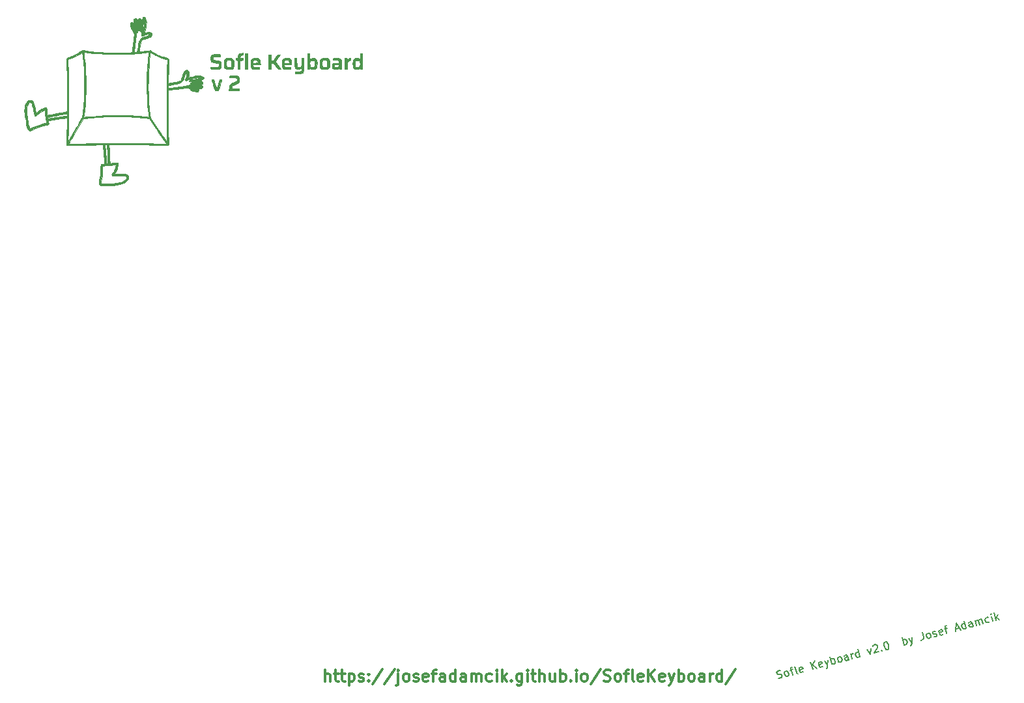
<source format=gbr>
G04 #@! TF.GenerationSoftware,KiCad,Pcbnew,5.1.5-52549c5~86~ubuntu19.10.1*
G04 #@! TF.CreationDate,2020-05-05T19:49:36+02:00*
G04 #@! TF.ProjectId,bottom_plate,626f7474-6f6d-45f7-906c-6174652e6b69,rev?*
G04 #@! TF.SameCoordinates,Original*
G04 #@! TF.FileFunction,Legend,Top*
G04 #@! TF.FilePolarity,Positive*
%FSLAX46Y46*%
G04 Gerber Fmt 4.6, Leading zero omitted, Abs format (unit mm)*
G04 Created by KiCad (PCBNEW 5.1.5-52549c5~86~ubuntu19.10.1) date 2020-05-05 19:49:36*
%MOMM*%
%LPD*%
G04 APERTURE LIST*
%ADD10C,0.300000*%
%ADD11C,0.150000*%
%ADD12C,0.010000*%
G04 APERTURE END LIST*
D10*
X92228571Y-140278571D02*
X92228571Y-138778571D01*
X92871428Y-140278571D02*
X92871428Y-139492857D01*
X92800000Y-139350000D01*
X92657142Y-139278571D01*
X92442857Y-139278571D01*
X92300000Y-139350000D01*
X92228571Y-139421428D01*
X93371428Y-139278571D02*
X93942857Y-139278571D01*
X93585714Y-138778571D02*
X93585714Y-140064285D01*
X93657142Y-140207142D01*
X93800000Y-140278571D01*
X93942857Y-140278571D01*
X94228571Y-139278571D02*
X94800000Y-139278571D01*
X94442857Y-138778571D02*
X94442857Y-140064285D01*
X94514285Y-140207142D01*
X94657142Y-140278571D01*
X94800000Y-140278571D01*
X95300000Y-139278571D02*
X95300000Y-140778571D01*
X95300000Y-139350000D02*
X95442857Y-139278571D01*
X95728571Y-139278571D01*
X95871428Y-139350000D01*
X95942857Y-139421428D01*
X96014285Y-139564285D01*
X96014285Y-139992857D01*
X95942857Y-140135714D01*
X95871428Y-140207142D01*
X95728571Y-140278571D01*
X95442857Y-140278571D01*
X95300000Y-140207142D01*
X96585714Y-140207142D02*
X96728571Y-140278571D01*
X97014285Y-140278571D01*
X97157142Y-140207142D01*
X97228571Y-140064285D01*
X97228571Y-139992857D01*
X97157142Y-139850000D01*
X97014285Y-139778571D01*
X96800000Y-139778571D01*
X96657142Y-139707142D01*
X96585714Y-139564285D01*
X96585714Y-139492857D01*
X96657142Y-139350000D01*
X96800000Y-139278571D01*
X97014285Y-139278571D01*
X97157142Y-139350000D01*
X97871428Y-140135714D02*
X97942857Y-140207142D01*
X97871428Y-140278571D01*
X97800000Y-140207142D01*
X97871428Y-140135714D01*
X97871428Y-140278571D01*
X97871428Y-139350000D02*
X97942857Y-139421428D01*
X97871428Y-139492857D01*
X97800000Y-139421428D01*
X97871428Y-139350000D01*
X97871428Y-139492857D01*
X99657142Y-138707142D02*
X98371428Y-140635714D01*
X101228571Y-138707142D02*
X99942857Y-140635714D01*
X101728571Y-139278571D02*
X101728571Y-140564285D01*
X101657142Y-140707142D01*
X101514285Y-140778571D01*
X101442857Y-140778571D01*
X101728571Y-138778571D02*
X101657142Y-138850000D01*
X101728571Y-138921428D01*
X101800000Y-138850000D01*
X101728571Y-138778571D01*
X101728571Y-138921428D01*
X102657142Y-140278571D02*
X102514285Y-140207142D01*
X102442857Y-140135714D01*
X102371428Y-139992857D01*
X102371428Y-139564285D01*
X102442857Y-139421428D01*
X102514285Y-139350000D01*
X102657142Y-139278571D01*
X102871428Y-139278571D01*
X103014285Y-139350000D01*
X103085714Y-139421428D01*
X103157142Y-139564285D01*
X103157142Y-139992857D01*
X103085714Y-140135714D01*
X103014285Y-140207142D01*
X102871428Y-140278571D01*
X102657142Y-140278571D01*
X103728571Y-140207142D02*
X103871428Y-140278571D01*
X104157142Y-140278571D01*
X104300000Y-140207142D01*
X104371428Y-140064285D01*
X104371428Y-139992857D01*
X104300000Y-139850000D01*
X104157142Y-139778571D01*
X103942857Y-139778571D01*
X103800000Y-139707142D01*
X103728571Y-139564285D01*
X103728571Y-139492857D01*
X103800000Y-139350000D01*
X103942857Y-139278571D01*
X104157142Y-139278571D01*
X104300000Y-139350000D01*
X105585714Y-140207142D02*
X105442857Y-140278571D01*
X105157142Y-140278571D01*
X105014285Y-140207142D01*
X104942857Y-140064285D01*
X104942857Y-139492857D01*
X105014285Y-139350000D01*
X105157142Y-139278571D01*
X105442857Y-139278571D01*
X105585714Y-139350000D01*
X105657142Y-139492857D01*
X105657142Y-139635714D01*
X104942857Y-139778571D01*
X106085714Y-139278571D02*
X106657142Y-139278571D01*
X106300000Y-140278571D02*
X106300000Y-138992857D01*
X106371428Y-138850000D01*
X106514285Y-138778571D01*
X106657142Y-138778571D01*
X107800000Y-140278571D02*
X107800000Y-139492857D01*
X107728571Y-139350000D01*
X107585714Y-139278571D01*
X107300000Y-139278571D01*
X107157142Y-139350000D01*
X107800000Y-140207142D02*
X107657142Y-140278571D01*
X107300000Y-140278571D01*
X107157142Y-140207142D01*
X107085714Y-140064285D01*
X107085714Y-139921428D01*
X107157142Y-139778571D01*
X107300000Y-139707142D01*
X107657142Y-139707142D01*
X107800000Y-139635714D01*
X109157142Y-140278571D02*
X109157142Y-138778571D01*
X109157142Y-140207142D02*
X109014285Y-140278571D01*
X108728571Y-140278571D01*
X108585714Y-140207142D01*
X108514285Y-140135714D01*
X108442857Y-139992857D01*
X108442857Y-139564285D01*
X108514285Y-139421428D01*
X108585714Y-139350000D01*
X108728571Y-139278571D01*
X109014285Y-139278571D01*
X109157142Y-139350000D01*
X110514285Y-140278571D02*
X110514285Y-139492857D01*
X110442857Y-139350000D01*
X110300000Y-139278571D01*
X110014285Y-139278571D01*
X109871428Y-139350000D01*
X110514285Y-140207142D02*
X110371428Y-140278571D01*
X110014285Y-140278571D01*
X109871428Y-140207142D01*
X109800000Y-140064285D01*
X109800000Y-139921428D01*
X109871428Y-139778571D01*
X110014285Y-139707142D01*
X110371428Y-139707142D01*
X110514285Y-139635714D01*
X111228571Y-140278571D02*
X111228571Y-139278571D01*
X111228571Y-139421428D02*
X111300000Y-139350000D01*
X111442857Y-139278571D01*
X111657142Y-139278571D01*
X111800000Y-139350000D01*
X111871428Y-139492857D01*
X111871428Y-140278571D01*
X111871428Y-139492857D02*
X111942857Y-139350000D01*
X112085714Y-139278571D01*
X112300000Y-139278571D01*
X112442857Y-139350000D01*
X112514285Y-139492857D01*
X112514285Y-140278571D01*
X113871428Y-140207142D02*
X113728571Y-140278571D01*
X113442857Y-140278571D01*
X113300000Y-140207142D01*
X113228571Y-140135714D01*
X113157142Y-139992857D01*
X113157142Y-139564285D01*
X113228571Y-139421428D01*
X113300000Y-139350000D01*
X113442857Y-139278571D01*
X113728571Y-139278571D01*
X113871428Y-139350000D01*
X114514285Y-140278571D02*
X114514285Y-139278571D01*
X114514285Y-138778571D02*
X114442857Y-138850000D01*
X114514285Y-138921428D01*
X114585714Y-138850000D01*
X114514285Y-138778571D01*
X114514285Y-138921428D01*
X115228571Y-140278571D02*
X115228571Y-138778571D01*
X115371428Y-139707142D02*
X115800000Y-140278571D01*
X115800000Y-139278571D02*
X115228571Y-139850000D01*
X116442857Y-140135714D02*
X116514285Y-140207142D01*
X116442857Y-140278571D01*
X116371428Y-140207142D01*
X116442857Y-140135714D01*
X116442857Y-140278571D01*
X117800000Y-139278571D02*
X117800000Y-140492857D01*
X117728571Y-140635714D01*
X117657142Y-140707142D01*
X117514285Y-140778571D01*
X117300000Y-140778571D01*
X117157142Y-140707142D01*
X117800000Y-140207142D02*
X117657142Y-140278571D01*
X117371428Y-140278571D01*
X117228571Y-140207142D01*
X117157142Y-140135714D01*
X117085714Y-139992857D01*
X117085714Y-139564285D01*
X117157142Y-139421428D01*
X117228571Y-139350000D01*
X117371428Y-139278571D01*
X117657142Y-139278571D01*
X117800000Y-139350000D01*
X118514285Y-140278571D02*
X118514285Y-139278571D01*
X118514285Y-138778571D02*
X118442857Y-138850000D01*
X118514285Y-138921428D01*
X118585714Y-138850000D01*
X118514285Y-138778571D01*
X118514285Y-138921428D01*
X119014285Y-139278571D02*
X119585714Y-139278571D01*
X119228571Y-138778571D02*
X119228571Y-140064285D01*
X119300000Y-140207142D01*
X119442857Y-140278571D01*
X119585714Y-140278571D01*
X120085714Y-140278571D02*
X120085714Y-138778571D01*
X120728571Y-140278571D02*
X120728571Y-139492857D01*
X120657142Y-139350000D01*
X120514285Y-139278571D01*
X120300000Y-139278571D01*
X120157142Y-139350000D01*
X120085714Y-139421428D01*
X122085714Y-139278571D02*
X122085714Y-140278571D01*
X121442857Y-139278571D02*
X121442857Y-140064285D01*
X121514285Y-140207142D01*
X121657142Y-140278571D01*
X121871428Y-140278571D01*
X122014285Y-140207142D01*
X122085714Y-140135714D01*
X122800000Y-140278571D02*
X122800000Y-138778571D01*
X122800000Y-139350000D02*
X122942857Y-139278571D01*
X123228571Y-139278571D01*
X123371428Y-139350000D01*
X123442857Y-139421428D01*
X123514285Y-139564285D01*
X123514285Y-139992857D01*
X123442857Y-140135714D01*
X123371428Y-140207142D01*
X123228571Y-140278571D01*
X122942857Y-140278571D01*
X122800000Y-140207142D01*
X124157142Y-140135714D02*
X124228571Y-140207142D01*
X124157142Y-140278571D01*
X124085714Y-140207142D01*
X124157142Y-140135714D01*
X124157142Y-140278571D01*
X124871428Y-140278571D02*
X124871428Y-139278571D01*
X124871428Y-138778571D02*
X124800000Y-138850000D01*
X124871428Y-138921428D01*
X124942857Y-138850000D01*
X124871428Y-138778571D01*
X124871428Y-138921428D01*
X125800000Y-140278571D02*
X125657142Y-140207142D01*
X125585714Y-140135714D01*
X125514285Y-139992857D01*
X125514285Y-139564285D01*
X125585714Y-139421428D01*
X125657142Y-139350000D01*
X125800000Y-139278571D01*
X126014285Y-139278571D01*
X126157142Y-139350000D01*
X126228571Y-139421428D01*
X126300000Y-139564285D01*
X126300000Y-139992857D01*
X126228571Y-140135714D01*
X126157142Y-140207142D01*
X126014285Y-140278571D01*
X125800000Y-140278571D01*
X128014285Y-138707142D02*
X126728571Y-140635714D01*
X128442857Y-140207142D02*
X128657142Y-140278571D01*
X129014285Y-140278571D01*
X129157142Y-140207142D01*
X129228571Y-140135714D01*
X129300000Y-139992857D01*
X129300000Y-139850000D01*
X129228571Y-139707142D01*
X129157142Y-139635714D01*
X129014285Y-139564285D01*
X128728571Y-139492857D01*
X128585714Y-139421428D01*
X128514285Y-139350000D01*
X128442857Y-139207142D01*
X128442857Y-139064285D01*
X128514285Y-138921428D01*
X128585714Y-138850000D01*
X128728571Y-138778571D01*
X129085714Y-138778571D01*
X129300000Y-138850000D01*
X130157142Y-140278571D02*
X130014285Y-140207142D01*
X129942857Y-140135714D01*
X129871428Y-139992857D01*
X129871428Y-139564285D01*
X129942857Y-139421428D01*
X130014285Y-139350000D01*
X130157142Y-139278571D01*
X130371428Y-139278571D01*
X130514285Y-139350000D01*
X130585714Y-139421428D01*
X130657142Y-139564285D01*
X130657142Y-139992857D01*
X130585714Y-140135714D01*
X130514285Y-140207142D01*
X130371428Y-140278571D01*
X130157142Y-140278571D01*
X131085714Y-139278571D02*
X131657142Y-139278571D01*
X131300000Y-140278571D02*
X131300000Y-138992857D01*
X131371428Y-138850000D01*
X131514285Y-138778571D01*
X131657142Y-138778571D01*
X132371428Y-140278571D02*
X132228571Y-140207142D01*
X132157142Y-140064285D01*
X132157142Y-138778571D01*
X133514285Y-140207142D02*
X133371428Y-140278571D01*
X133085714Y-140278571D01*
X132942857Y-140207142D01*
X132871428Y-140064285D01*
X132871428Y-139492857D01*
X132942857Y-139350000D01*
X133085714Y-139278571D01*
X133371428Y-139278571D01*
X133514285Y-139350000D01*
X133585714Y-139492857D01*
X133585714Y-139635714D01*
X132871428Y-139778571D01*
X134228571Y-140278571D02*
X134228571Y-138778571D01*
X135085714Y-140278571D02*
X134442857Y-139421428D01*
X135085714Y-138778571D02*
X134228571Y-139635714D01*
X136300000Y-140207142D02*
X136157142Y-140278571D01*
X135871428Y-140278571D01*
X135728571Y-140207142D01*
X135657142Y-140064285D01*
X135657142Y-139492857D01*
X135728571Y-139350000D01*
X135871428Y-139278571D01*
X136157142Y-139278571D01*
X136300000Y-139350000D01*
X136371428Y-139492857D01*
X136371428Y-139635714D01*
X135657142Y-139778571D01*
X136871428Y-139278571D02*
X137228571Y-140278571D01*
X137585714Y-139278571D02*
X137228571Y-140278571D01*
X137085714Y-140635714D01*
X137014285Y-140707142D01*
X136871428Y-140778571D01*
X138157142Y-140278571D02*
X138157142Y-138778571D01*
X138157142Y-139350000D02*
X138300000Y-139278571D01*
X138585714Y-139278571D01*
X138728571Y-139350000D01*
X138800000Y-139421428D01*
X138871428Y-139564285D01*
X138871428Y-139992857D01*
X138800000Y-140135714D01*
X138728571Y-140207142D01*
X138585714Y-140278571D01*
X138300000Y-140278571D01*
X138157142Y-140207142D01*
X139728571Y-140278571D02*
X139585714Y-140207142D01*
X139514285Y-140135714D01*
X139442857Y-139992857D01*
X139442857Y-139564285D01*
X139514285Y-139421428D01*
X139585714Y-139350000D01*
X139728571Y-139278571D01*
X139942857Y-139278571D01*
X140085714Y-139350000D01*
X140157142Y-139421428D01*
X140228571Y-139564285D01*
X140228571Y-139992857D01*
X140157142Y-140135714D01*
X140085714Y-140207142D01*
X139942857Y-140278571D01*
X139728571Y-140278571D01*
X141514285Y-140278571D02*
X141514285Y-139492857D01*
X141442857Y-139350000D01*
X141300000Y-139278571D01*
X141014285Y-139278571D01*
X140871428Y-139350000D01*
X141514285Y-140207142D02*
X141371428Y-140278571D01*
X141014285Y-140278571D01*
X140871428Y-140207142D01*
X140800000Y-140064285D01*
X140800000Y-139921428D01*
X140871428Y-139778571D01*
X141014285Y-139707142D01*
X141371428Y-139707142D01*
X141514285Y-139635714D01*
X142228571Y-140278571D02*
X142228571Y-139278571D01*
X142228571Y-139564285D02*
X142300000Y-139421428D01*
X142371428Y-139350000D01*
X142514285Y-139278571D01*
X142657142Y-139278571D01*
X143800000Y-140278571D02*
X143800000Y-138778571D01*
X143800000Y-140207142D02*
X143657142Y-140278571D01*
X143371428Y-140278571D01*
X143228571Y-140207142D01*
X143157142Y-140135714D01*
X143085714Y-139992857D01*
X143085714Y-139564285D01*
X143157142Y-139421428D01*
X143228571Y-139350000D01*
X143371428Y-139278571D01*
X143657142Y-139278571D01*
X143800000Y-139350000D01*
X145585714Y-138707142D02*
X144300000Y-140635714D01*
D11*
X151103862Y-139886281D02*
X151254176Y-139895303D01*
X151484158Y-139833680D01*
X151563826Y-139763034D01*
X151597498Y-139704713D01*
X151618845Y-139600395D01*
X151594196Y-139508402D01*
X151523550Y-139428734D01*
X151465229Y-139395062D01*
X151360911Y-139373715D01*
X151164600Y-139377017D01*
X151060283Y-139355670D01*
X151001961Y-139321999D01*
X150931316Y-139242330D01*
X150906666Y-139150338D01*
X150928013Y-139046020D01*
X150961685Y-138987699D01*
X151041353Y-138917053D01*
X151271335Y-138855429D01*
X151421650Y-138864452D01*
X152220102Y-139636484D02*
X152115784Y-139615137D01*
X152057463Y-139581465D01*
X151986817Y-139501797D01*
X151912869Y-139225818D01*
X151934216Y-139121501D01*
X151967887Y-139063180D01*
X152047556Y-138992534D01*
X152185545Y-138955560D01*
X152289863Y-138976907D01*
X152348184Y-139010578D01*
X152418830Y-139090247D01*
X152492778Y-139366225D01*
X152471431Y-139470543D01*
X152437759Y-139528864D01*
X152358091Y-139599510D01*
X152220102Y-139636484D01*
X152645510Y-138832312D02*
X153013481Y-138733715D01*
X152956045Y-139439289D02*
X152734200Y-138611352D01*
X152755547Y-138507035D01*
X152835215Y-138436389D01*
X152927208Y-138411739D01*
X153645992Y-139254418D02*
X153541674Y-139233071D01*
X153471028Y-139153403D01*
X153249184Y-138325466D01*
X154369611Y-139011226D02*
X154289943Y-139081872D01*
X154105957Y-139131171D01*
X154001639Y-139109824D01*
X153930993Y-139030156D01*
X153832395Y-138662184D01*
X153853742Y-138557866D01*
X153933411Y-138487220D01*
X154117397Y-138437921D01*
X154221714Y-138459269D01*
X154292360Y-138538937D01*
X154317010Y-138630930D01*
X153881694Y-138846170D01*
X155577844Y-138736780D02*
X155319025Y-137770854D01*
X156129801Y-138588883D02*
X155567937Y-138147848D01*
X155870982Y-137622958D02*
X155466921Y-138322812D01*
X156899417Y-138333367D02*
X156819748Y-138404013D01*
X156635762Y-138453312D01*
X156531445Y-138431964D01*
X156460799Y-138352296D01*
X156362201Y-137984325D01*
X156383548Y-137880007D01*
X156463216Y-137809361D01*
X156647202Y-137760062D01*
X156751520Y-137781409D01*
X156822166Y-137861077D01*
X156846815Y-137953070D01*
X156411500Y-138168310D01*
X157107167Y-137636815D02*
X157509695Y-138219142D01*
X157567132Y-137513568D02*
X157509695Y-138219142D01*
X157479326Y-138473774D01*
X157445654Y-138532095D01*
X157365986Y-138602741D01*
X158107649Y-138058921D02*
X157848830Y-137092995D01*
X157947428Y-137460966D02*
X158027096Y-137390321D01*
X158211082Y-137341022D01*
X158315400Y-137362369D01*
X158373721Y-137396041D01*
X158444367Y-137475709D01*
X158518315Y-137751688D01*
X158496968Y-137856005D01*
X158463296Y-137914326D01*
X158383628Y-137984972D01*
X158199642Y-138034271D01*
X158095325Y-138012924D01*
X159119572Y-137787777D02*
X159015254Y-137766430D01*
X158956933Y-137732758D01*
X158886287Y-137653090D01*
X158812339Y-137377111D01*
X158833686Y-137272793D01*
X158867357Y-137214472D01*
X158947026Y-137143826D01*
X159085015Y-137106852D01*
X159189333Y-137128199D01*
X159247654Y-137161871D01*
X159318300Y-137241539D01*
X159392248Y-137517518D01*
X159370901Y-137621836D01*
X159337229Y-137680157D01*
X159257561Y-137750803D01*
X159119572Y-137787777D01*
X160269483Y-137479659D02*
X160133912Y-136973698D01*
X160063266Y-136894030D01*
X159958948Y-136872683D01*
X159774962Y-136921981D01*
X159695294Y-136992627D01*
X160257159Y-137433662D02*
X160177490Y-137504308D01*
X159947508Y-137565932D01*
X159843191Y-137544585D01*
X159772545Y-137464917D01*
X159747895Y-137372924D01*
X159769242Y-137268606D01*
X159848910Y-137197960D01*
X160078893Y-137136337D01*
X160158561Y-137065691D01*
X160729448Y-137356412D02*
X160556902Y-136712461D01*
X160606201Y-136896447D02*
X160627548Y-136792129D01*
X160661220Y-136733808D01*
X160740888Y-136663162D01*
X160832881Y-136638513D01*
X161741370Y-137085268D02*
X161482551Y-136119342D01*
X161729046Y-137039272D02*
X161649377Y-137109917D01*
X161465392Y-137159216D01*
X161361074Y-137137869D01*
X161302753Y-137104197D01*
X161232107Y-137024529D01*
X161158159Y-136748550D01*
X161179506Y-136644233D01*
X161213177Y-136585912D01*
X161292846Y-136515266D01*
X161476831Y-136465967D01*
X161581149Y-136487314D01*
X162672740Y-136145524D02*
X163075268Y-136727851D01*
X163132704Y-136022277D01*
X163393056Y-135706022D02*
X163426728Y-135647701D01*
X163506396Y-135577055D01*
X163736378Y-135515431D01*
X163840696Y-135536778D01*
X163899017Y-135570450D01*
X163969663Y-135650118D01*
X163994312Y-135742111D01*
X163985290Y-135892425D01*
X163581229Y-136592279D01*
X164179183Y-136432058D01*
X164568502Y-136229143D02*
X164626823Y-136262814D01*
X164593151Y-136321136D01*
X164534830Y-136287464D01*
X164568502Y-136229143D01*
X164593151Y-136321136D01*
X164978283Y-135182664D02*
X165070276Y-135158014D01*
X165174594Y-135179361D01*
X165232915Y-135213033D01*
X165303561Y-135292701D01*
X165398856Y-135464362D01*
X165460480Y-135694345D01*
X165463782Y-135890655D01*
X165442435Y-135994973D01*
X165408763Y-136053294D01*
X165329095Y-136123940D01*
X165237102Y-136148590D01*
X165132784Y-136127242D01*
X165074463Y-136093571D01*
X165003817Y-136013903D01*
X164908522Y-135842241D01*
X164846898Y-135612259D01*
X164843596Y-135415948D01*
X164864943Y-135311631D01*
X164898615Y-135253310D01*
X164978283Y-135182664D01*
X167444932Y-135557003D02*
X167186113Y-134591077D01*
X167284711Y-134959049D02*
X167364379Y-134888403D01*
X167548365Y-134839104D01*
X167652683Y-134860451D01*
X167711004Y-134894123D01*
X167781650Y-134973791D01*
X167855598Y-135249770D01*
X167834251Y-135354088D01*
X167800579Y-135412409D01*
X167720911Y-135483055D01*
X167536925Y-135532354D01*
X167432608Y-135511007D01*
X168054326Y-134703532D02*
X168456855Y-135285859D01*
X168514291Y-134580285D02*
X168456855Y-135285859D01*
X168426485Y-135540491D01*
X168392814Y-135598812D01*
X168313145Y-135669458D01*
X169807912Y-133888568D02*
X169992783Y-134578515D01*
X169983760Y-134728830D01*
X169916417Y-134845472D01*
X169790752Y-134928443D01*
X169698759Y-134953092D01*
X170664685Y-134694273D02*
X170560368Y-134672926D01*
X170502046Y-134639254D01*
X170431400Y-134559586D01*
X170357452Y-134283607D01*
X170378799Y-134179290D01*
X170412471Y-134120968D01*
X170492139Y-134050322D01*
X170630129Y-134013348D01*
X170734446Y-134034695D01*
X170792767Y-134068367D01*
X170863413Y-134148035D01*
X170937362Y-134424014D01*
X170916015Y-134528332D01*
X170882343Y-134586653D01*
X170802675Y-134657299D01*
X170664685Y-134694273D01*
X171342307Y-134463406D02*
X171446625Y-134484753D01*
X171630611Y-134435454D01*
X171710279Y-134364808D01*
X171731626Y-134260490D01*
X171719302Y-134214494D01*
X171648656Y-134134826D01*
X171544338Y-134113479D01*
X171406349Y-134150453D01*
X171302031Y-134129106D01*
X171231385Y-134049438D01*
X171219060Y-134003441D01*
X171240407Y-133899123D01*
X171320076Y-133828478D01*
X171458065Y-133791503D01*
X171562383Y-133812850D01*
X172538216Y-134142963D02*
X172458547Y-134213609D01*
X172274562Y-134262908D01*
X172170244Y-134241561D01*
X172099598Y-134161893D01*
X172001000Y-133793921D01*
X172022347Y-133689603D01*
X172102016Y-133618957D01*
X172286001Y-133569658D01*
X172390319Y-133591006D01*
X172460965Y-133670674D01*
X172485614Y-133762667D01*
X172050299Y-133977907D01*
X172699970Y-133458736D02*
X173067941Y-133360138D01*
X173010505Y-134065712D02*
X172788660Y-133237776D01*
X172810007Y-133133458D01*
X172889675Y-133062812D01*
X172981668Y-133038163D01*
X174178461Y-133456966D02*
X174638426Y-133333719D01*
X174160417Y-133757595D02*
X174223573Y-132705396D01*
X174804367Y-133585049D01*
X175540311Y-133387853D02*
X175281492Y-132421927D01*
X175527986Y-133341857D02*
X175448318Y-133412502D01*
X175264332Y-133461801D01*
X175160014Y-133440454D01*
X175101693Y-133406783D01*
X175031047Y-133327114D01*
X174957099Y-133051136D01*
X174978446Y-132946818D01*
X175012118Y-132888497D01*
X175091786Y-132817851D01*
X175275772Y-132768552D01*
X175380089Y-132789899D01*
X176414244Y-133153683D02*
X176278672Y-132647722D01*
X176208026Y-132568054D01*
X176103708Y-132546707D01*
X175919722Y-132596006D01*
X175840054Y-132666652D01*
X176401919Y-133107687D02*
X176322251Y-133178333D01*
X176092268Y-133239956D01*
X175987951Y-133218609D01*
X175917305Y-133138941D01*
X175892655Y-133046948D01*
X175914002Y-132942631D01*
X175993671Y-132871985D01*
X176223653Y-132810361D01*
X176303321Y-132739715D01*
X176874208Y-133030436D02*
X176701662Y-132386486D01*
X176726312Y-132478479D02*
X176759984Y-132420157D01*
X176839652Y-132349512D01*
X176977641Y-132312537D01*
X177081959Y-132333884D01*
X177152605Y-132413553D01*
X177288177Y-132919514D01*
X177152605Y-132413553D02*
X177173952Y-132309235D01*
X177253620Y-132238589D01*
X177391609Y-132201615D01*
X177495927Y-132222962D01*
X177566573Y-132302630D01*
X177702145Y-132808591D01*
X178563753Y-132528425D02*
X178484085Y-132599071D01*
X178300099Y-132648370D01*
X178195781Y-132627023D01*
X178137460Y-132593351D01*
X178066814Y-132513683D01*
X177992866Y-132237704D01*
X178014213Y-132133387D01*
X178047885Y-132075065D01*
X178127553Y-132004420D01*
X178311539Y-131955121D01*
X178415856Y-131976468D01*
X178990046Y-132463499D02*
X178817500Y-131819549D01*
X178731227Y-131497573D02*
X178697555Y-131555895D01*
X178755876Y-131589566D01*
X178789548Y-131531245D01*
X178731227Y-131497573D01*
X178755876Y-131589566D01*
X179450011Y-132340252D02*
X179191192Y-131374326D01*
X179443406Y-131947631D02*
X179817982Y-132241654D01*
X179645436Y-131597704D02*
X179376062Y-132064273D01*
D12*
G36*
X94918250Y-59209901D02*
G01*
X95017079Y-59232075D01*
X95059817Y-59288257D01*
X95069150Y-59338767D01*
X95082466Y-59454367D01*
X95174983Y-59349305D01*
X95285144Y-59264855D01*
X95405083Y-59217830D01*
X95497363Y-59205659D01*
X95535085Y-59232387D01*
X95542630Y-59319341D01*
X95542667Y-59338174D01*
X95534877Y-59433512D01*
X95496124Y-59487421D01*
X95403334Y-59526432D01*
X95370052Y-59536648D01*
X95251010Y-59590021D01*
X95167345Y-59675660D01*
X95113896Y-59806285D01*
X95085503Y-59994621D01*
X95077002Y-60253389D01*
X95077000Y-60258974D01*
X95077000Y-60641334D01*
X94780667Y-60641334D01*
X94780667Y-59196636D01*
X94918250Y-59209901D01*
G37*
X94918250Y-59209901D02*
X95017079Y-59232075D01*
X95059817Y-59288257D01*
X95069150Y-59338767D01*
X95082466Y-59454367D01*
X95174983Y-59349305D01*
X95285144Y-59264855D01*
X95405083Y-59217830D01*
X95497363Y-59205659D01*
X95535085Y-59232387D01*
X95542630Y-59319341D01*
X95542667Y-59338174D01*
X95534877Y-59433512D01*
X95496124Y-59487421D01*
X95403334Y-59526432D01*
X95370052Y-59536648D01*
X95251010Y-59590021D01*
X95167345Y-59675660D01*
X95113896Y-59806285D01*
X95085503Y-59994621D01*
X95077002Y-60253389D01*
X95077000Y-60258974D01*
X95077000Y-60641334D01*
X94780667Y-60641334D01*
X94780667Y-59196636D01*
X94918250Y-59209901D01*
G36*
X85171000Y-59540667D02*
G01*
X85313524Y-59540667D01*
X85378582Y-59535204D01*
X85437552Y-59511246D01*
X85503140Y-59457440D01*
X85588054Y-59362435D01*
X85704999Y-59214877D01*
X85763667Y-59138500D01*
X85895438Y-58968044D01*
X85989846Y-58854087D01*
X86060184Y-58785287D01*
X86119744Y-58750304D01*
X86181817Y-58737793D01*
X86234976Y-58736334D01*
X86338958Y-58741702D01*
X86395333Y-58755060D01*
X86398667Y-58759760D01*
X86374136Y-58801373D01*
X86308705Y-58892153D01*
X86214616Y-59015353D01*
X86174298Y-59066677D01*
X86052839Y-59221103D01*
X85935671Y-59371692D01*
X85844976Y-59489907D01*
X85832829Y-59506002D01*
X85715730Y-59661838D01*
X86078112Y-60151586D01*
X86440493Y-60641334D01*
X86255405Y-60641334D01*
X86175564Y-60639308D01*
X86112944Y-60625664D01*
X86053789Y-60589053D01*
X85984346Y-60518126D01*
X85890860Y-60401533D01*
X85768028Y-60239167D01*
X85637171Y-60067420D01*
X85542990Y-59952890D01*
X85472659Y-59884105D01*
X85413353Y-59849595D01*
X85352246Y-59837888D01*
X85318370Y-59837000D01*
X85171000Y-59837000D01*
X85171000Y-60641334D01*
X84874667Y-60641334D01*
X84874667Y-58736334D01*
X85171000Y-58736334D01*
X85171000Y-59540667D01*
G37*
X85171000Y-59540667D02*
X85313524Y-59540667D01*
X85378582Y-59535204D01*
X85437552Y-59511246D01*
X85503140Y-59457440D01*
X85588054Y-59362435D01*
X85704999Y-59214877D01*
X85763667Y-59138500D01*
X85895438Y-58968044D01*
X85989846Y-58854087D01*
X86060184Y-58785287D01*
X86119744Y-58750304D01*
X86181817Y-58737793D01*
X86234976Y-58736334D01*
X86338958Y-58741702D01*
X86395333Y-58755060D01*
X86398667Y-58759760D01*
X86374136Y-58801373D01*
X86308705Y-58892153D01*
X86214616Y-59015353D01*
X86174298Y-59066677D01*
X86052839Y-59221103D01*
X85935671Y-59371692D01*
X85844976Y-59489907D01*
X85832829Y-59506002D01*
X85715730Y-59661838D01*
X86078112Y-60151586D01*
X86440493Y-60641334D01*
X86255405Y-60641334D01*
X86175564Y-60639308D01*
X86112944Y-60625664D01*
X86053789Y-60589053D01*
X85984346Y-60518126D01*
X85890860Y-60401533D01*
X85768028Y-60239167D01*
X85637171Y-60067420D01*
X85542990Y-59952890D01*
X85472659Y-59884105D01*
X85413353Y-59849595D01*
X85352246Y-59837888D01*
X85318370Y-59837000D01*
X85171000Y-59837000D01*
X85171000Y-60641334D01*
X84874667Y-60641334D01*
X84874667Y-58736334D01*
X85171000Y-58736334D01*
X85171000Y-59540667D01*
G36*
X82123000Y-60641334D02*
G01*
X81826667Y-60641334D01*
X81826667Y-58567000D01*
X82123000Y-58567000D01*
X82123000Y-60641334D01*
G37*
X82123000Y-60641334D02*
X81826667Y-60641334D01*
X81826667Y-58567000D01*
X82123000Y-58567000D01*
X82123000Y-60641334D01*
G36*
X81530333Y-58688078D02*
G01*
X81522502Y-58777610D01*
X81481748Y-58814097D01*
X81383656Y-58821000D01*
X81250793Y-58850138D01*
X81173852Y-58940261D01*
X81149333Y-59093384D01*
X81156835Y-59160358D01*
X81194505Y-59192089D01*
X81285093Y-59201548D01*
X81339833Y-59202000D01*
X81456885Y-59205163D01*
X81512312Y-59226600D01*
X81529158Y-59284232D01*
X81530333Y-59350167D01*
X81526266Y-59441207D01*
X81498705Y-59484317D01*
X81424606Y-59497420D01*
X81339833Y-59498334D01*
X81149333Y-59498334D01*
X81149333Y-60641334D01*
X80853000Y-60641334D01*
X80853000Y-59503698D01*
X80715417Y-59490432D01*
X80620072Y-59471342D01*
X80583076Y-59421933D01*
X80577833Y-59350167D01*
X80589260Y-59259708D01*
X80641259Y-59221050D01*
X80709788Y-59210321D01*
X80787939Y-59196725D01*
X80830915Y-59160447D01*
X80854248Y-59078778D01*
X80867539Y-58979662D01*
X80906051Y-58799199D01*
X80980609Y-58682125D01*
X81106881Y-58613629D01*
X81290420Y-58579916D01*
X81530333Y-58555155D01*
X81530333Y-58688078D01*
G37*
X81530333Y-58688078D02*
X81522502Y-58777610D01*
X81481748Y-58814097D01*
X81383656Y-58821000D01*
X81250793Y-58850138D01*
X81173852Y-58940261D01*
X81149333Y-59093384D01*
X81156835Y-59160358D01*
X81194505Y-59192089D01*
X81285093Y-59201548D01*
X81339833Y-59202000D01*
X81456885Y-59205163D01*
X81512312Y-59226600D01*
X81529158Y-59284232D01*
X81530333Y-59350167D01*
X81526266Y-59441207D01*
X81498705Y-59484317D01*
X81424606Y-59497420D01*
X81339833Y-59498334D01*
X81149333Y-59498334D01*
X81149333Y-60641334D01*
X80853000Y-60641334D01*
X80853000Y-59503698D01*
X80715417Y-59490432D01*
X80620072Y-59471342D01*
X80583076Y-59421933D01*
X80577833Y-59350167D01*
X80589260Y-59259708D01*
X80641259Y-59221050D01*
X80709788Y-59210321D01*
X80787939Y-59196725D01*
X80830915Y-59160447D01*
X80854248Y-59078778D01*
X80867539Y-58979662D01*
X80906051Y-58799199D01*
X80980609Y-58682125D01*
X81106881Y-58613629D01*
X81290420Y-58579916D01*
X81530333Y-58555155D01*
X81530333Y-58688078D01*
G36*
X97066667Y-60641334D02*
G01*
X96918500Y-60641334D01*
X96816949Y-60632390D01*
X96774554Y-60595273D01*
X96766991Y-60546084D01*
X96757138Y-60492986D01*
X96742000Y-60504641D01*
X96668146Y-60585749D01*
X96536734Y-60643650D01*
X96372629Y-60674484D01*
X96200698Y-60674391D01*
X96045810Y-60639511D01*
X96002240Y-60619472D01*
X95908979Y-60540720D01*
X95846004Y-60415792D01*
X95809795Y-60233099D01*
X95796828Y-59981049D01*
X95796667Y-59942834D01*
X96093000Y-59942834D01*
X96099400Y-60142596D01*
X96124938Y-60272577D01*
X96179122Y-60347112D01*
X96271459Y-60380537D01*
X96387799Y-60387334D01*
X96554058Y-60370941D01*
X96657585Y-60324505D01*
X96661476Y-60320810D01*
X96707963Y-60229545D01*
X96734599Y-60086933D01*
X96741676Y-59920216D01*
X96729485Y-59756639D01*
X96698317Y-59623445D01*
X96653247Y-59551250D01*
X96571280Y-59519447D01*
X96443746Y-59500577D01*
X96382731Y-59498334D01*
X96252413Y-59508298D01*
X96167600Y-59547706D01*
X96118986Y-59630836D01*
X96097267Y-59771960D01*
X96093000Y-59942834D01*
X95796667Y-59942834D01*
X95806510Y-59683471D01*
X95838613Y-59494521D01*
X95896835Y-59363757D01*
X95985035Y-59278948D01*
X96010821Y-59264214D01*
X96191949Y-59210827D01*
X96397387Y-59210517D01*
X96586657Y-59261854D01*
X96632750Y-59286203D01*
X96770333Y-59370089D01*
X96770333Y-58567000D01*
X97066667Y-58567000D01*
X97066667Y-60641334D01*
G37*
X97066667Y-60641334D02*
X96918500Y-60641334D01*
X96816949Y-60632390D01*
X96774554Y-60595273D01*
X96766991Y-60546084D01*
X96757138Y-60492986D01*
X96742000Y-60504641D01*
X96668146Y-60585749D01*
X96536734Y-60643650D01*
X96372629Y-60674484D01*
X96200698Y-60674391D01*
X96045810Y-60639511D01*
X96002240Y-60619472D01*
X95908979Y-60540720D01*
X95846004Y-60415792D01*
X95809795Y-60233099D01*
X95796828Y-59981049D01*
X95796667Y-59942834D01*
X96093000Y-59942834D01*
X96099400Y-60142596D01*
X96124938Y-60272577D01*
X96179122Y-60347112D01*
X96271459Y-60380537D01*
X96387799Y-60387334D01*
X96554058Y-60370941D01*
X96657585Y-60324505D01*
X96661476Y-60320810D01*
X96707963Y-60229545D01*
X96734599Y-60086933D01*
X96741676Y-59920216D01*
X96729485Y-59756639D01*
X96698317Y-59623445D01*
X96653247Y-59551250D01*
X96571280Y-59519447D01*
X96443746Y-59500577D01*
X96382731Y-59498334D01*
X96252413Y-59508298D01*
X96167600Y-59547706D01*
X96118986Y-59630836D01*
X96097267Y-59771960D01*
X96093000Y-59942834D01*
X95796667Y-59942834D01*
X95806510Y-59683471D01*
X95838613Y-59494521D01*
X95896835Y-59363757D01*
X95985035Y-59278948D01*
X96010821Y-59264214D01*
X96191949Y-59210827D01*
X96397387Y-59210517D01*
X96586657Y-59261854D01*
X96632750Y-59286203D01*
X96770333Y-59370089D01*
X96770333Y-58567000D01*
X97066667Y-58567000D01*
X97066667Y-60641334D01*
G36*
X93812373Y-59209494D02*
G01*
X93976911Y-59222510D01*
X94082398Y-59244363D01*
X94154448Y-59283601D01*
X94214270Y-59343616D01*
X94254390Y-59394858D01*
X94282163Y-59449775D01*
X94299849Y-59524247D01*
X94309709Y-59634153D01*
X94314004Y-59795370D01*
X94314995Y-60023778D01*
X94315000Y-60051027D01*
X94315000Y-60641334D01*
X94188000Y-60641334D01*
X94096088Y-60628889D01*
X94063037Y-60580152D01*
X94061000Y-60549288D01*
X94061000Y-60457242D01*
X93954587Y-60557212D01*
X93854634Y-60624759D01*
X93717995Y-60662410D01*
X93602387Y-60674960D01*
X93453514Y-60680516D01*
X93355555Y-60665186D01*
X93275775Y-60621169D01*
X93233844Y-60587148D01*
X93163227Y-60516994D01*
X93127018Y-60443107D01*
X93114769Y-60334737D01*
X93114660Y-60255359D01*
X93385266Y-60255359D01*
X93422801Y-60365658D01*
X93434467Y-60378867D01*
X93520361Y-60416844D01*
X93651232Y-60427984D01*
X93792122Y-60413364D01*
X93908074Y-60374061D01*
X93924580Y-60363766D01*
X94004442Y-60259290D01*
X94018667Y-60173266D01*
X94018667Y-60048667D01*
X93726862Y-60048667D01*
X93562133Y-60053269D01*
X93464584Y-60069481D01*
X93417108Y-60100911D01*
X93409362Y-60115629D01*
X93385266Y-60255359D01*
X93114660Y-60255359D01*
X93114633Y-60236286D01*
X93127006Y-60070811D01*
X93167163Y-59957666D01*
X93248107Y-59887391D01*
X93382839Y-59850528D01*
X93584364Y-59837618D01*
X93663523Y-59837000D01*
X94018667Y-59837000D01*
X94018667Y-59687786D01*
X93997777Y-59577608D01*
X93928729Y-59505960D01*
X93801955Y-59468777D01*
X93607886Y-59461993D01*
X93500083Y-59467498D01*
X93214333Y-59487029D01*
X93214333Y-59367599D01*
X93226489Y-59284165D01*
X93279505Y-59241173D01*
X93362770Y-59220323D01*
X93482283Y-59208441D01*
X93648606Y-59204762D01*
X93812373Y-59209494D01*
G37*
X93812373Y-59209494D02*
X93976911Y-59222510D01*
X94082398Y-59244363D01*
X94154448Y-59283601D01*
X94214270Y-59343616D01*
X94254390Y-59394858D01*
X94282163Y-59449775D01*
X94299849Y-59524247D01*
X94309709Y-59634153D01*
X94314004Y-59795370D01*
X94314995Y-60023778D01*
X94315000Y-60051027D01*
X94315000Y-60641334D01*
X94188000Y-60641334D01*
X94096088Y-60628889D01*
X94063037Y-60580152D01*
X94061000Y-60549288D01*
X94061000Y-60457242D01*
X93954587Y-60557212D01*
X93854634Y-60624759D01*
X93717995Y-60662410D01*
X93602387Y-60674960D01*
X93453514Y-60680516D01*
X93355555Y-60665186D01*
X93275775Y-60621169D01*
X93233844Y-60587148D01*
X93163227Y-60516994D01*
X93127018Y-60443107D01*
X93114769Y-60334737D01*
X93114660Y-60255359D01*
X93385266Y-60255359D01*
X93422801Y-60365658D01*
X93434467Y-60378867D01*
X93520361Y-60416844D01*
X93651232Y-60427984D01*
X93792122Y-60413364D01*
X93908074Y-60374061D01*
X93924580Y-60363766D01*
X94004442Y-60259290D01*
X94018667Y-60173266D01*
X94018667Y-60048667D01*
X93726862Y-60048667D01*
X93562133Y-60053269D01*
X93464584Y-60069481D01*
X93417108Y-60100911D01*
X93409362Y-60115629D01*
X93385266Y-60255359D01*
X93114660Y-60255359D01*
X93114633Y-60236286D01*
X93127006Y-60070811D01*
X93167163Y-59957666D01*
X93248107Y-59887391D01*
X93382839Y-59850528D01*
X93584364Y-59837618D01*
X93663523Y-59837000D01*
X94018667Y-59837000D01*
X94018667Y-59687786D01*
X93997777Y-59577608D01*
X93928729Y-59505960D01*
X93801955Y-59468777D01*
X93607886Y-59461993D01*
X93500083Y-59467498D01*
X93214333Y-59487029D01*
X93214333Y-59367599D01*
X93226489Y-59284165D01*
X93279505Y-59241173D01*
X93362770Y-59220323D01*
X93482283Y-59208441D01*
X93648606Y-59204762D01*
X93812373Y-59209494D01*
G36*
X92502824Y-59238766D02*
G01*
X92641274Y-59315019D01*
X92729168Y-59445237D01*
X92775905Y-59638431D01*
X92790886Y-59903611D01*
X92791000Y-59935157D01*
X92782684Y-60190637D01*
X92754735Y-60375908D01*
X92702647Y-60504065D01*
X92621917Y-60588202D01*
X92553797Y-60624721D01*
X92430280Y-60655132D01*
X92254392Y-60673016D01*
X92057668Y-60677174D01*
X91871643Y-60666405D01*
X91786427Y-60653901D01*
X91693652Y-60608395D01*
X91606510Y-60526957D01*
X91568486Y-60468361D01*
X91543567Y-60396047D01*
X91529109Y-60291865D01*
X91522471Y-60137665D01*
X91521028Y-59943150D01*
X91817333Y-59943150D01*
X91818649Y-60131597D01*
X91825085Y-60252746D01*
X91840375Y-60323951D01*
X91868251Y-60362571D01*
X91912447Y-60385960D01*
X91912583Y-60386014D01*
X92076684Y-60424618D01*
X92241527Y-60419226D01*
X92374853Y-60372497D01*
X92410000Y-60345000D01*
X92455543Y-60283896D01*
X92481585Y-60199190D01*
X92492917Y-60068119D01*
X92494667Y-59942834D01*
X92490517Y-59767896D01*
X92474873Y-59654597D01*
X92442943Y-59580171D01*
X92410000Y-59540667D01*
X92290753Y-59475238D01*
X92128520Y-59456784D01*
X91952431Y-59487913D01*
X91925922Y-59497286D01*
X91875673Y-59520049D01*
X91843947Y-59553658D01*
X91826489Y-59615586D01*
X91819044Y-59723309D01*
X91817355Y-59894300D01*
X91817333Y-59943150D01*
X91521028Y-59943150D01*
X91521000Y-59939485D01*
X91522376Y-59728268D01*
X91528532Y-59583311D01*
X91542512Y-59486225D01*
X91567359Y-59418622D01*
X91606115Y-59362113D01*
X91619107Y-59346665D01*
X91680446Y-59286400D01*
X91752613Y-59249198D01*
X91859813Y-59227259D01*
X92026252Y-59212783D01*
X92036646Y-59212110D01*
X92304415Y-59207466D01*
X92502824Y-59238766D01*
G37*
X92502824Y-59238766D02*
X92641274Y-59315019D01*
X92729168Y-59445237D01*
X92775905Y-59638431D01*
X92790886Y-59903611D01*
X92791000Y-59935157D01*
X92782684Y-60190637D01*
X92754735Y-60375908D01*
X92702647Y-60504065D01*
X92621917Y-60588202D01*
X92553797Y-60624721D01*
X92430280Y-60655132D01*
X92254392Y-60673016D01*
X92057668Y-60677174D01*
X91871643Y-60666405D01*
X91786427Y-60653901D01*
X91693652Y-60608395D01*
X91606510Y-60526957D01*
X91568486Y-60468361D01*
X91543567Y-60396047D01*
X91529109Y-60291865D01*
X91522471Y-60137665D01*
X91521028Y-59943150D01*
X91817333Y-59943150D01*
X91818649Y-60131597D01*
X91825085Y-60252746D01*
X91840375Y-60323951D01*
X91868251Y-60362571D01*
X91912447Y-60385960D01*
X91912583Y-60386014D01*
X92076684Y-60424618D01*
X92241527Y-60419226D01*
X92374853Y-60372497D01*
X92410000Y-60345000D01*
X92455543Y-60283896D01*
X92481585Y-60199190D01*
X92492917Y-60068119D01*
X92494667Y-59942834D01*
X92490517Y-59767896D01*
X92474873Y-59654597D01*
X92442943Y-59580171D01*
X92410000Y-59540667D01*
X92290753Y-59475238D01*
X92128520Y-59456784D01*
X91952431Y-59487913D01*
X91925922Y-59497286D01*
X91875673Y-59520049D01*
X91843947Y-59553658D01*
X91826489Y-59615586D01*
X91819044Y-59723309D01*
X91817355Y-59894300D01*
X91817333Y-59943150D01*
X91521028Y-59943150D01*
X91521000Y-59939485D01*
X91522376Y-59728268D01*
X91528532Y-59583311D01*
X91542512Y-59486225D01*
X91567359Y-59418622D01*
X91606115Y-59362113D01*
X91619107Y-59346665D01*
X91680446Y-59286400D01*
X91752613Y-59249198D01*
X91859813Y-59227259D01*
X92026252Y-59212783D01*
X92036646Y-59212110D01*
X92304415Y-59207466D01*
X92502824Y-59238766D01*
G36*
X90208667Y-58975728D02*
G01*
X90209279Y-59163186D01*
X90213271Y-59278744D01*
X90223879Y-59335167D01*
X90244336Y-59345223D01*
X90277877Y-59321676D01*
X90292904Y-59308222D01*
X90386699Y-59257551D01*
X90522848Y-59220822D01*
X90578654Y-59213278D01*
X90785398Y-59213277D01*
X90940318Y-59261492D01*
X91048944Y-59364929D01*
X91116805Y-59530594D01*
X91149429Y-59765493D01*
X91154391Y-59942834D01*
X91140930Y-60219856D01*
X91096835Y-60423992D01*
X91016531Y-60563227D01*
X90894449Y-60645548D01*
X90725017Y-60678939D01*
X90639827Y-60680325D01*
X90518206Y-60671994D01*
X90427267Y-60656049D01*
X90420333Y-60653770D01*
X90343665Y-60609245D01*
X90261583Y-60543899D01*
X90166333Y-60457242D01*
X90166333Y-60549288D01*
X90149163Y-60615903D01*
X90081918Y-60639857D01*
X90039333Y-60641334D01*
X89912333Y-60641334D01*
X89912333Y-59935478D01*
X90208667Y-59935478D01*
X90218377Y-60138621D01*
X90254186Y-60271945D01*
X90326105Y-60348756D01*
X90444148Y-60382358D01*
X90548711Y-60387334D01*
X90701949Y-60372458D01*
X90794650Y-60331011D01*
X90800853Y-60324412D01*
X90829288Y-60246299D01*
X90847566Y-60103869D01*
X90853074Y-59942834D01*
X90846547Y-59743022D01*
X90820591Y-59612992D01*
X90765645Y-59538434D01*
X90672150Y-59505041D01*
X90556066Y-59498334D01*
X90397818Y-59511449D01*
X90294772Y-59559739D01*
X90236267Y-59656624D01*
X90211637Y-59815521D01*
X90208667Y-59935478D01*
X89912333Y-59935478D01*
X89912333Y-58567000D01*
X90208667Y-58567000D01*
X90208667Y-58975728D01*
G37*
X90208667Y-58975728D02*
X90209279Y-59163186D01*
X90213271Y-59278744D01*
X90223879Y-59335167D01*
X90244336Y-59345223D01*
X90277877Y-59321676D01*
X90292904Y-59308222D01*
X90386699Y-59257551D01*
X90522848Y-59220822D01*
X90578654Y-59213278D01*
X90785398Y-59213277D01*
X90940318Y-59261492D01*
X91048944Y-59364929D01*
X91116805Y-59530594D01*
X91149429Y-59765493D01*
X91154391Y-59942834D01*
X91140930Y-60219856D01*
X91096835Y-60423992D01*
X91016531Y-60563227D01*
X90894449Y-60645548D01*
X90725017Y-60678939D01*
X90639827Y-60680325D01*
X90518206Y-60671994D01*
X90427267Y-60656049D01*
X90420333Y-60653770D01*
X90343665Y-60609245D01*
X90261583Y-60543899D01*
X90166333Y-60457242D01*
X90166333Y-60549288D01*
X90149163Y-60615903D01*
X90081918Y-60639857D01*
X90039333Y-60641334D01*
X89912333Y-60641334D01*
X89912333Y-59935478D01*
X90208667Y-59935478D01*
X90218377Y-60138621D01*
X90254186Y-60271945D01*
X90326105Y-60348756D01*
X90444148Y-60382358D01*
X90548711Y-60387334D01*
X90701949Y-60372458D01*
X90794650Y-60331011D01*
X90800853Y-60324412D01*
X90829288Y-60246299D01*
X90847566Y-60103869D01*
X90853074Y-59942834D01*
X90846547Y-59743022D01*
X90820591Y-59612992D01*
X90765645Y-59538434D01*
X90672150Y-59505041D01*
X90556066Y-59498334D01*
X90397818Y-59511449D01*
X90294772Y-59559739D01*
X90236267Y-59656624D01*
X90211637Y-59815521D01*
X90208667Y-59935478D01*
X89912333Y-59935478D01*
X89912333Y-58567000D01*
X90208667Y-58567000D01*
X90208667Y-58975728D01*
G36*
X87449416Y-59216578D02*
G01*
X87606727Y-59267993D01*
X87711689Y-59367773D01*
X87776328Y-59527443D01*
X87812675Y-59758528D01*
X87813097Y-59762917D01*
X87840358Y-60048667D01*
X86857606Y-60048667D01*
X86886596Y-60186250D01*
X86918206Y-60294210D01*
X86954517Y-60364949D01*
X86955631Y-60366167D01*
X87013568Y-60385043D01*
X87134444Y-60399547D01*
X87296563Y-60407494D01*
X87374504Y-60408351D01*
X87753333Y-60408202D01*
X87753333Y-60519830D01*
X87727893Y-60616139D01*
X87658083Y-60656985D01*
X87525023Y-60676408D01*
X87346785Y-60681885D01*
X87154372Y-60674737D01*
X86978785Y-60656285D01*
X86851025Y-60627850D01*
X86835916Y-60621955D01*
X86732642Y-60562737D01*
X86662388Y-60480574D01*
X86619369Y-60359867D01*
X86597802Y-60185018D01*
X86591937Y-59964000D01*
X86597018Y-59837000D01*
X86866450Y-59837000D01*
X87552250Y-59837000D01*
X87525221Y-59699417D01*
X87471974Y-59559040D01*
X87373850Y-59483179D01*
X87220177Y-59464963D01*
X87167568Y-59469059D01*
X87029559Y-59491262D01*
X86952013Y-59533523D01*
X86910727Y-59616087D01*
X86892156Y-59699417D01*
X86866450Y-59837000D01*
X86597018Y-59837000D01*
X86602958Y-59688532D01*
X86643312Y-59485350D01*
X86721061Y-59344789D01*
X86844273Y-59257183D01*
X87021010Y-59212866D01*
X87227728Y-59202000D01*
X87449416Y-59216578D01*
G37*
X87449416Y-59216578D02*
X87606727Y-59267993D01*
X87711689Y-59367773D01*
X87776328Y-59527443D01*
X87812675Y-59758528D01*
X87813097Y-59762917D01*
X87840358Y-60048667D01*
X86857606Y-60048667D01*
X86886596Y-60186250D01*
X86918206Y-60294210D01*
X86954517Y-60364949D01*
X86955631Y-60366167D01*
X87013568Y-60385043D01*
X87134444Y-60399547D01*
X87296563Y-60407494D01*
X87374504Y-60408351D01*
X87753333Y-60408202D01*
X87753333Y-60519830D01*
X87727893Y-60616139D01*
X87658083Y-60656985D01*
X87525023Y-60676408D01*
X87346785Y-60681885D01*
X87154372Y-60674737D01*
X86978785Y-60656285D01*
X86851025Y-60627850D01*
X86835916Y-60621955D01*
X86732642Y-60562737D01*
X86662388Y-60480574D01*
X86619369Y-60359867D01*
X86597802Y-60185018D01*
X86591937Y-59964000D01*
X86597018Y-59837000D01*
X86866450Y-59837000D01*
X87552250Y-59837000D01*
X87525221Y-59699417D01*
X87471974Y-59559040D01*
X87373850Y-59483179D01*
X87220177Y-59464963D01*
X87167568Y-59469059D01*
X87029559Y-59491262D01*
X86952013Y-59533523D01*
X86910727Y-59616087D01*
X86892156Y-59699417D01*
X86866450Y-59837000D01*
X86597018Y-59837000D01*
X86602958Y-59688532D01*
X86643312Y-59485350D01*
X86721061Y-59344789D01*
X86844273Y-59257183D01*
X87021010Y-59212866D01*
X87227728Y-59202000D01*
X87449416Y-59216578D01*
G36*
X83386028Y-59216770D02*
G01*
X83544131Y-59268741D01*
X83650137Y-59369407D01*
X83716146Y-59530262D01*
X83754260Y-59762801D01*
X83754272Y-59762917D01*
X83783863Y-60048667D01*
X82802450Y-60048667D01*
X82828156Y-60186250D01*
X82857210Y-60294373D01*
X82891795Y-60365073D01*
X82892769Y-60366167D01*
X82950166Y-60385037D01*
X83070585Y-60399539D01*
X83232407Y-60407490D01*
X83310504Y-60408351D01*
X83689333Y-60408202D01*
X83689333Y-60519830D01*
X83663893Y-60616139D01*
X83594083Y-60656985D01*
X83461023Y-60676408D01*
X83282785Y-60681885D01*
X83090372Y-60674737D01*
X82914785Y-60656285D01*
X82787025Y-60627850D01*
X82771916Y-60621955D01*
X82669448Y-60563025D01*
X82599736Y-60480922D01*
X82557063Y-60360105D01*
X82535715Y-60185029D01*
X82529999Y-59964000D01*
X82540975Y-59688589D01*
X82541132Y-59687786D01*
X82842667Y-59687786D01*
X82842667Y-59837000D01*
X83160167Y-59837000D01*
X83321660Y-59835681D01*
X83416324Y-59827761D01*
X83461992Y-59807295D01*
X83476499Y-59768339D01*
X83477667Y-59731167D01*
X83441499Y-59598308D01*
X83344008Y-59506094D01*
X83201707Y-59461865D01*
X83031112Y-59472956D01*
X82951256Y-59497286D01*
X82874832Y-59544026D01*
X82845447Y-59625042D01*
X82842667Y-59687786D01*
X82541132Y-59687786D01*
X82580874Y-59485516D01*
X82657783Y-59345058D01*
X82779790Y-59257491D01*
X82954981Y-59213090D01*
X83163728Y-59202000D01*
X83386028Y-59216770D01*
G37*
X83386028Y-59216770D02*
X83544131Y-59268741D01*
X83650137Y-59369407D01*
X83716146Y-59530262D01*
X83754260Y-59762801D01*
X83754272Y-59762917D01*
X83783863Y-60048667D01*
X82802450Y-60048667D01*
X82828156Y-60186250D01*
X82857210Y-60294373D01*
X82891795Y-60365073D01*
X82892769Y-60366167D01*
X82950166Y-60385037D01*
X83070585Y-60399539D01*
X83232407Y-60407490D01*
X83310504Y-60408351D01*
X83689333Y-60408202D01*
X83689333Y-60519830D01*
X83663893Y-60616139D01*
X83594083Y-60656985D01*
X83461023Y-60676408D01*
X83282785Y-60681885D01*
X83090372Y-60674737D01*
X82914785Y-60656285D01*
X82787025Y-60627850D01*
X82771916Y-60621955D01*
X82669448Y-60563025D01*
X82599736Y-60480922D01*
X82557063Y-60360105D01*
X82535715Y-60185029D01*
X82529999Y-59964000D01*
X82540975Y-59688589D01*
X82541132Y-59687786D01*
X82842667Y-59687786D01*
X82842667Y-59837000D01*
X83160167Y-59837000D01*
X83321660Y-59835681D01*
X83416324Y-59827761D01*
X83461992Y-59807295D01*
X83476499Y-59768339D01*
X83477667Y-59731167D01*
X83441499Y-59598308D01*
X83344008Y-59506094D01*
X83201707Y-59461865D01*
X83031112Y-59472956D01*
X82951256Y-59497286D01*
X82874832Y-59544026D01*
X82845447Y-59625042D01*
X82842667Y-59687786D01*
X82541132Y-59687786D01*
X82580874Y-59485516D01*
X82657783Y-59345058D01*
X82779790Y-59257491D01*
X82954981Y-59213090D01*
X83163728Y-59202000D01*
X83386028Y-59216770D01*
G36*
X79869485Y-59213735D02*
G01*
X80026737Y-59237546D01*
X80110603Y-59262118D01*
X80212872Y-59329358D01*
X80282988Y-59438969D01*
X80325036Y-59602840D01*
X80343101Y-59832858D01*
X80344528Y-59942834D01*
X80334693Y-60201813D01*
X80302466Y-60390017D01*
X80243761Y-60519335D01*
X80154492Y-60601654D01*
X80110603Y-60623549D01*
X79979545Y-60656337D01*
X79798675Y-60674739D01*
X79601782Y-60677749D01*
X79422657Y-60664363D01*
X79332816Y-60646689D01*
X79223418Y-60598114D01*
X79146602Y-60515331D01*
X79097645Y-60385957D01*
X79071825Y-60197607D01*
X79064427Y-59943150D01*
X79371333Y-59943150D01*
X79372649Y-60131597D01*
X79379085Y-60252746D01*
X79394375Y-60323951D01*
X79422251Y-60362571D01*
X79466447Y-60385960D01*
X79466583Y-60386014D01*
X79615079Y-60420776D01*
X79775467Y-60421575D01*
X79909554Y-60389722D01*
X79945325Y-60369579D01*
X79985997Y-60328301D01*
X80010766Y-60264577D01*
X80023328Y-60159206D01*
X80027382Y-59992989D01*
X80027500Y-59942834D01*
X80024914Y-59759468D01*
X80014691Y-59641476D01*
X79993134Y-59569660D01*
X79956547Y-59524818D01*
X79945325Y-59516088D01*
X79820864Y-59467769D01*
X79657454Y-59459603D01*
X79491461Y-59493058D01*
X79479922Y-59497286D01*
X79429673Y-59520049D01*
X79397947Y-59553658D01*
X79380489Y-59615586D01*
X79373044Y-59723309D01*
X79371355Y-59894300D01*
X79371333Y-59943150D01*
X79064427Y-59943150D01*
X79064417Y-59942834D01*
X79071569Y-59677527D01*
X79099644Y-59484683D01*
X79158563Y-59352815D01*
X79258251Y-59270436D01*
X79408630Y-59226060D01*
X79619624Y-59208199D01*
X79700776Y-59206220D01*
X79869485Y-59213735D01*
G37*
X79869485Y-59213735D02*
X80026737Y-59237546D01*
X80110603Y-59262118D01*
X80212872Y-59329358D01*
X80282988Y-59438969D01*
X80325036Y-59602840D01*
X80343101Y-59832858D01*
X80344528Y-59942834D01*
X80334693Y-60201813D01*
X80302466Y-60390017D01*
X80243761Y-60519335D01*
X80154492Y-60601654D01*
X80110603Y-60623549D01*
X79979545Y-60656337D01*
X79798675Y-60674739D01*
X79601782Y-60677749D01*
X79422657Y-60664363D01*
X79332816Y-60646689D01*
X79223418Y-60598114D01*
X79146602Y-60515331D01*
X79097645Y-60385957D01*
X79071825Y-60197607D01*
X79064427Y-59943150D01*
X79371333Y-59943150D01*
X79372649Y-60131597D01*
X79379085Y-60252746D01*
X79394375Y-60323951D01*
X79422251Y-60362571D01*
X79466447Y-60385960D01*
X79466583Y-60386014D01*
X79615079Y-60420776D01*
X79775467Y-60421575D01*
X79909554Y-60389722D01*
X79945325Y-60369579D01*
X79985997Y-60328301D01*
X80010766Y-60264577D01*
X80023328Y-60159206D01*
X80027382Y-59992989D01*
X80027500Y-59942834D01*
X80024914Y-59759468D01*
X80014691Y-59641476D01*
X79993134Y-59569660D01*
X79956547Y-59524818D01*
X79945325Y-59516088D01*
X79820864Y-59467769D01*
X79657454Y-59459603D01*
X79491461Y-59493058D01*
X79479922Y-59497286D01*
X79429673Y-59520049D01*
X79397947Y-59553658D01*
X79380489Y-59615586D01*
X79373044Y-59723309D01*
X79371355Y-59894300D01*
X79371333Y-59943150D01*
X79064427Y-59943150D01*
X79064417Y-59942834D01*
X79071569Y-59677527D01*
X79099644Y-59484683D01*
X79158563Y-59352815D01*
X79258251Y-59270436D01*
X79408630Y-59226060D01*
X79619624Y-59208199D01*
X79700776Y-59206220D01*
X79869485Y-59213735D01*
G36*
X78321975Y-58712310D02*
G01*
X78329455Y-58713100D01*
X78478501Y-58730575D01*
X78562213Y-58750106D01*
X78599443Y-58782751D01*
X78609045Y-58839568D01*
X78609374Y-58877286D01*
X78609416Y-59011500D01*
X78189888Y-58997070D01*
X77994926Y-58991913D01*
X77865208Y-58994509D01*
X77781448Y-59007812D01*
X77724359Y-59034776D01*
X77677437Y-59075563D01*
X77610678Y-59173120D01*
X77608748Y-59289270D01*
X77610531Y-59298573D01*
X77633385Y-59394251D01*
X77652402Y-59444494D01*
X77652723Y-59444835D01*
X77698969Y-59457452D01*
X77809832Y-59478013D01*
X77966025Y-59503109D01*
X78065032Y-59517718D01*
X78245788Y-59545430D01*
X78399470Y-59572351D01*
X78503342Y-59594344D01*
X78529516Y-59602209D01*
X78617070Y-59683250D01*
X78671960Y-59840945D01*
X78693644Y-60073611D01*
X78694000Y-60113491D01*
X78689335Y-60271413D01*
X78669018Y-60376448D01*
X78623565Y-60460150D01*
X78570553Y-60524249D01*
X78447106Y-60662500D01*
X78009636Y-60668520D01*
X77812531Y-60669226D01*
X77635926Y-60666256D01*
X77504269Y-60660200D01*
X77455750Y-60655125D01*
X77370693Y-60625129D01*
X77341136Y-60555249D01*
X77339333Y-60511522D01*
X77339333Y-60387334D01*
X77801976Y-60387334D01*
X78020816Y-60384634D01*
X78170334Y-60375262D01*
X78265739Y-60357304D01*
X78322242Y-60328848D01*
X78331143Y-60320810D01*
X78378272Y-60227432D01*
X78396507Y-60097412D01*
X78382070Y-59974959D01*
X78364144Y-59934473D01*
X78310775Y-59907053D01*
X78193109Y-59874169D01*
X78030873Y-59840769D01*
X77914492Y-59821664D01*
X77680156Y-59781264D01*
X77516820Y-59734573D01*
X77410933Y-59670880D01*
X77348945Y-59579473D01*
X77317306Y-59449640D01*
X77306710Y-59341228D01*
X77309255Y-59108920D01*
X77356654Y-58939229D01*
X77452591Y-58820790D01*
X77482331Y-58799327D01*
X77620092Y-58743719D01*
X77819709Y-58709280D01*
X78060548Y-58698110D01*
X78321975Y-58712310D01*
G37*
X78321975Y-58712310D02*
X78329455Y-58713100D01*
X78478501Y-58730575D01*
X78562213Y-58750106D01*
X78599443Y-58782751D01*
X78609045Y-58839568D01*
X78609374Y-58877286D01*
X78609416Y-59011500D01*
X78189888Y-58997070D01*
X77994926Y-58991913D01*
X77865208Y-58994509D01*
X77781448Y-59007812D01*
X77724359Y-59034776D01*
X77677437Y-59075563D01*
X77610678Y-59173120D01*
X77608748Y-59289270D01*
X77610531Y-59298573D01*
X77633385Y-59394251D01*
X77652402Y-59444494D01*
X77652723Y-59444835D01*
X77698969Y-59457452D01*
X77809832Y-59478013D01*
X77966025Y-59503109D01*
X78065032Y-59517718D01*
X78245788Y-59545430D01*
X78399470Y-59572351D01*
X78503342Y-59594344D01*
X78529516Y-59602209D01*
X78617070Y-59683250D01*
X78671960Y-59840945D01*
X78693644Y-60073611D01*
X78694000Y-60113491D01*
X78689335Y-60271413D01*
X78669018Y-60376448D01*
X78623565Y-60460150D01*
X78570553Y-60524249D01*
X78447106Y-60662500D01*
X78009636Y-60668520D01*
X77812531Y-60669226D01*
X77635926Y-60666256D01*
X77504269Y-60660200D01*
X77455750Y-60655125D01*
X77370693Y-60625129D01*
X77341136Y-60555249D01*
X77339333Y-60511522D01*
X77339333Y-60387334D01*
X77801976Y-60387334D01*
X78020816Y-60384634D01*
X78170334Y-60375262D01*
X78265739Y-60357304D01*
X78322242Y-60328848D01*
X78331143Y-60320810D01*
X78378272Y-60227432D01*
X78396507Y-60097412D01*
X78382070Y-59974959D01*
X78364144Y-59934473D01*
X78310775Y-59907053D01*
X78193109Y-59874169D01*
X78030873Y-59840769D01*
X77914492Y-59821664D01*
X77680156Y-59781264D01*
X77516820Y-59734573D01*
X77410933Y-59670880D01*
X77348945Y-59579473D01*
X77317306Y-59449640D01*
X77306710Y-59341228D01*
X77309255Y-59108920D01*
X77356654Y-58939229D01*
X77452591Y-58820790D01*
X77482331Y-58799327D01*
X77620092Y-58743719D01*
X77819709Y-58709280D01*
X78060548Y-58698110D01*
X78321975Y-58712310D01*
G36*
X88353488Y-59209670D02*
G01*
X88494167Y-59223167D01*
X88515333Y-59752334D01*
X88526057Y-59958917D01*
X88539878Y-60136692D01*
X88555061Y-60267431D01*
X88569872Y-60332903D01*
X88570748Y-60334417D01*
X88636901Y-60370810D01*
X88752321Y-60385401D01*
X88884596Y-60378671D01*
X89001313Y-60351102D01*
X89046992Y-60327334D01*
X89081796Y-60293046D01*
X89106131Y-60239708D01*
X89122467Y-60152102D01*
X89133274Y-60015010D01*
X89141023Y-59813214D01*
X89143202Y-59734668D01*
X89157238Y-59202000D01*
X89446667Y-59202000D01*
X89446601Y-60016917D01*
X89444008Y-60369531D01*
X89432556Y-60646613D01*
X89406643Y-60857235D01*
X89360666Y-61010469D01*
X89289019Y-61115387D01*
X89186102Y-61181061D01*
X89046309Y-61216562D01*
X88864038Y-61230963D01*
X88695250Y-61233376D01*
X88303667Y-61234000D01*
X88303667Y-60988688D01*
X88666913Y-60973761D01*
X88877623Y-60958175D01*
X89017587Y-60925410D01*
X89100410Y-60865558D01*
X89139699Y-60768708D01*
X89149062Y-60624953D01*
X89149046Y-60622659D01*
X89144245Y-60520859D01*
X89129230Y-60494175D01*
X89105311Y-60523663D01*
X89026247Y-60589836D01*
X88891757Y-60640247D01*
X88730660Y-60667613D01*
X88571770Y-60664651D01*
X88556669Y-60662332D01*
X88445553Y-60637650D01*
X88363701Y-60598553D01*
X88306304Y-60532917D01*
X88268553Y-60428618D01*
X88245641Y-60273532D01*
X88232759Y-60055534D01*
X88226488Y-59829776D01*
X88212810Y-59196174D01*
X88353488Y-59209670D01*
G37*
X88353488Y-59209670D02*
X88494167Y-59223167D01*
X88515333Y-59752334D01*
X88526057Y-59958917D01*
X88539878Y-60136692D01*
X88555061Y-60267431D01*
X88569872Y-60332903D01*
X88570748Y-60334417D01*
X88636901Y-60370810D01*
X88752321Y-60385401D01*
X88884596Y-60378671D01*
X89001313Y-60351102D01*
X89046992Y-60327334D01*
X89081796Y-60293046D01*
X89106131Y-60239708D01*
X89122467Y-60152102D01*
X89133274Y-60015010D01*
X89141023Y-59813214D01*
X89143202Y-59734668D01*
X89157238Y-59202000D01*
X89446667Y-59202000D01*
X89446601Y-60016917D01*
X89444008Y-60369531D01*
X89432556Y-60646613D01*
X89406643Y-60857235D01*
X89360666Y-61010469D01*
X89289019Y-61115387D01*
X89186102Y-61181061D01*
X89046309Y-61216562D01*
X88864038Y-61230963D01*
X88695250Y-61233376D01*
X88303667Y-61234000D01*
X88303667Y-60988688D01*
X88666913Y-60973761D01*
X88877623Y-60958175D01*
X89017587Y-60925410D01*
X89100410Y-60865558D01*
X89139699Y-60768708D01*
X89149062Y-60624953D01*
X89149046Y-60622659D01*
X89144245Y-60520859D01*
X89129230Y-60494175D01*
X89105311Y-60523663D01*
X89026247Y-60589836D01*
X88891757Y-60640247D01*
X88730660Y-60667613D01*
X88571770Y-60664651D01*
X88556669Y-60662332D01*
X88445553Y-60637650D01*
X88363701Y-60598553D01*
X88306304Y-60532917D01*
X88268553Y-60428618D01*
X88245641Y-60273532D01*
X88232759Y-60055534D01*
X88226488Y-59829776D01*
X88212810Y-59196174D01*
X88353488Y-59209670D01*
G36*
X80452823Y-61492652D02*
G01*
X80494411Y-61494141D01*
X80674505Y-61503565D01*
X80791755Y-61518024D01*
X80867975Y-61543754D01*
X80924980Y-61586991D01*
X80962499Y-61627945D01*
X81021857Y-61712767D01*
X81053036Y-61810521D01*
X81064074Y-61951646D01*
X81064667Y-62014838D01*
X81054685Y-62200228D01*
X81022049Y-62322543D01*
X80990583Y-62372966D01*
X80921891Y-62426562D01*
X80794565Y-62500573D01*
X80628612Y-62584046D01*
X80493167Y-62645268D01*
X80307336Y-62726245D01*
X80185315Y-62784884D01*
X80113042Y-62832074D01*
X80076452Y-62878706D01*
X80061482Y-62935672D01*
X80056694Y-62983279D01*
X80043556Y-63139000D01*
X81064667Y-63139000D01*
X81064667Y-63435334D01*
X79697451Y-63435334D01*
X79724108Y-63089646D01*
X79746417Y-62888683D01*
X79786661Y-62743096D01*
X79859102Y-62634833D01*
X79978005Y-62545842D01*
X80157631Y-62458072D01*
X80255774Y-62416752D01*
X80468306Y-62326528D01*
X80613418Y-62255848D01*
X80703425Y-62195791D01*
X80750644Y-62137434D01*
X80767391Y-62071856D01*
X80768333Y-62045449D01*
X80759365Y-61931897D01*
X80723932Y-61854113D01*
X80649242Y-61806003D01*
X80522500Y-61781472D01*
X80330915Y-61774426D01*
X80201916Y-61775642D01*
X79752333Y-61783547D01*
X79752333Y-61659534D01*
X79760051Y-61581601D01*
X79798386Y-61539670D01*
X79890112Y-61515309D01*
X79940412Y-61507317D01*
X80073259Y-61495772D01*
X80255695Y-61490607D01*
X80452823Y-61492652D01*
G37*
X80452823Y-61492652D02*
X80494411Y-61494141D01*
X80674505Y-61503565D01*
X80791755Y-61518024D01*
X80867975Y-61543754D01*
X80924980Y-61586991D01*
X80962499Y-61627945D01*
X81021857Y-61712767D01*
X81053036Y-61810521D01*
X81064074Y-61951646D01*
X81064667Y-62014838D01*
X81054685Y-62200228D01*
X81022049Y-62322543D01*
X80990583Y-62372966D01*
X80921891Y-62426562D01*
X80794565Y-62500573D01*
X80628612Y-62584046D01*
X80493167Y-62645268D01*
X80307336Y-62726245D01*
X80185315Y-62784884D01*
X80113042Y-62832074D01*
X80076452Y-62878706D01*
X80061482Y-62935672D01*
X80056694Y-62983279D01*
X80043556Y-63139000D01*
X81064667Y-63139000D01*
X81064667Y-63435334D01*
X79697451Y-63435334D01*
X79724108Y-63089646D01*
X79746417Y-62888683D01*
X79786661Y-62743096D01*
X79859102Y-62634833D01*
X79978005Y-62545842D01*
X80157631Y-62458072D01*
X80255774Y-62416752D01*
X80468306Y-62326528D01*
X80613418Y-62255848D01*
X80703425Y-62195791D01*
X80750644Y-62137434D01*
X80767391Y-62071856D01*
X80768333Y-62045449D01*
X80759365Y-61931897D01*
X80723932Y-61854113D01*
X80649242Y-61806003D01*
X80522500Y-61781472D01*
X80330915Y-61774426D01*
X80201916Y-61775642D01*
X79752333Y-61783547D01*
X79752333Y-61659534D01*
X79760051Y-61581601D01*
X79798386Y-61539670D01*
X79890112Y-61515309D01*
X79940412Y-61507317D01*
X80073259Y-61495772D01*
X80255695Y-61490607D01*
X80452823Y-61492652D01*
G36*
X78734077Y-62006265D02*
G01*
X78778205Y-62031292D01*
X78778667Y-62034432D01*
X78765316Y-62085315D01*
X78728333Y-62202094D01*
X78672323Y-62370846D01*
X78601888Y-62577648D01*
X78540705Y-62754099D01*
X78302744Y-63435334D01*
X78106788Y-63435164D01*
X77910833Y-63434995D01*
X77678000Y-62752826D01*
X77600322Y-62525464D01*
X77531830Y-62325408D01*
X77477343Y-62166701D01*
X77441679Y-62063382D01*
X77430115Y-62030507D01*
X77456975Y-62007970D01*
X77543126Y-62001868D01*
X77575009Y-62003762D01*
X77734955Y-62017167D01*
X77925474Y-62588667D01*
X78115992Y-63160167D01*
X78308613Y-62578084D01*
X78501233Y-61996000D01*
X78639950Y-61996000D01*
X78734077Y-62006265D01*
G37*
X78734077Y-62006265D02*
X78778205Y-62031292D01*
X78778667Y-62034432D01*
X78765316Y-62085315D01*
X78728333Y-62202094D01*
X78672323Y-62370846D01*
X78601888Y-62577648D01*
X78540705Y-62754099D01*
X78302744Y-63435334D01*
X78106788Y-63435164D01*
X77910833Y-63434995D01*
X77678000Y-62752826D01*
X77600322Y-62525464D01*
X77531830Y-62325408D01*
X77477343Y-62166701D01*
X77441679Y-62063382D01*
X77430115Y-62030507D01*
X77456975Y-62007970D01*
X77543126Y-62001868D01*
X77575009Y-62003762D01*
X77734955Y-62017167D01*
X77925474Y-62588667D01*
X78115992Y-63160167D01*
X78308613Y-62578084D01*
X78501233Y-61996000D01*
X78639950Y-61996000D01*
X78734077Y-62006265D01*
G36*
X68725076Y-53889783D02*
G01*
X68817448Y-54006948D01*
X68871753Y-54108346D01*
X68937128Y-54303807D01*
X68964176Y-54536638D01*
X68952229Y-54814630D01*
X68900618Y-55145573D01*
X68808674Y-55537259D01*
X68722913Y-55841805D01*
X68711594Y-55892239D01*
X68728908Y-55912460D01*
X68792582Y-55905311D01*
X68920341Y-55873640D01*
X68920668Y-55873555D01*
X69140047Y-55827574D01*
X69312629Y-55820574D01*
X69466837Y-55852673D01*
X69528686Y-55876044D01*
X69654372Y-55963705D01*
X69710363Y-56081793D01*
X69698076Y-56214782D01*
X69618927Y-56347148D01*
X69475138Y-56462896D01*
X69369224Y-56511957D01*
X69211041Y-56570389D01*
X69030538Y-56627356D01*
X68985357Y-56640120D01*
X68738844Y-56712958D01*
X68560918Y-56780079D01*
X68436743Y-56850247D01*
X68351488Y-56932227D01*
X68290319Y-57034783D01*
X68280512Y-57056589D01*
X68250789Y-57147878D01*
X68214174Y-57293907D01*
X68173910Y-57477185D01*
X68133241Y-57680223D01*
X68095410Y-57885531D01*
X68063660Y-58075619D01*
X68041235Y-58232997D01*
X68031376Y-58340176D01*
X68035334Y-58378778D01*
X68080321Y-58379246D01*
X68192219Y-58370264D01*
X68354055Y-58353882D01*
X68548859Y-58332150D01*
X68759657Y-58307116D01*
X68969479Y-58280830D01*
X69161353Y-58255342D01*
X69318306Y-58232699D01*
X69423367Y-58214951D01*
X69454750Y-58207395D01*
X69502672Y-58212715D01*
X69507667Y-58227279D01*
X69543614Y-58266649D01*
X69642086Y-58334468D01*
X69789025Y-58423077D01*
X69970374Y-58524818D01*
X70172075Y-58632032D01*
X70380072Y-58737061D01*
X70580307Y-58832246D01*
X70758723Y-58909928D01*
X70766352Y-58913027D01*
X70980690Y-58993642D01*
X71211065Y-59070593D01*
X71417560Y-59130810D01*
X71475436Y-59145196D01*
X71645470Y-59191642D01*
X71755587Y-59236525D01*
X71793667Y-59274116D01*
X71822441Y-59324641D01*
X71840799Y-59329000D01*
X71852106Y-59369510D01*
X71860191Y-59483879D01*
X71865175Y-59661365D01*
X71867181Y-59891227D01*
X71866329Y-60162723D01*
X71862743Y-60465111D01*
X71856544Y-60787650D01*
X71847853Y-61119598D01*
X71836794Y-61450213D01*
X71823487Y-61768754D01*
X71810173Y-62027750D01*
X71785519Y-62461667D01*
X71899680Y-62461667D01*
X72008406Y-62453084D01*
X72174633Y-62429838D01*
X72379129Y-62395682D01*
X72602662Y-62354368D01*
X72826000Y-62309650D01*
X73029912Y-62265281D01*
X73195167Y-62225013D01*
X73302532Y-62192600D01*
X73322480Y-62184011D01*
X73402470Y-62130607D01*
X73469505Y-62052918D01*
X73530735Y-61936888D01*
X73593310Y-61768458D01*
X73664382Y-61533573D01*
X73678179Y-61484756D01*
X73760521Y-61217821D01*
X73839742Y-61023037D01*
X73922537Y-60888458D01*
X74015603Y-60802140D01*
X74079791Y-60768282D01*
X74216137Y-60746725D01*
X74329015Y-60795826D01*
X74414494Y-60903861D01*
X74468641Y-61059106D01*
X74487524Y-61249836D01*
X74467212Y-61464328D01*
X74403772Y-61690856D01*
X74395969Y-61711040D01*
X74384425Y-61759457D01*
X74418940Y-61763374D01*
X74487584Y-61739689D01*
X74670328Y-61680580D01*
X74900932Y-61621115D01*
X75152405Y-61566749D01*
X75397757Y-61522936D01*
X75609997Y-61495128D01*
X75732938Y-61488055D01*
X75927602Y-61505765D01*
X76120875Y-61553319D01*
X76290998Y-61622241D01*
X76416211Y-61704055D01*
X76470287Y-61775271D01*
X76459980Y-61850397D01*
X76397782Y-61929638D01*
X76310288Y-61985354D01*
X76257899Y-61996000D01*
X76178977Y-62010319D01*
X76085916Y-62040076D01*
X75969986Y-62084153D01*
X76114456Y-62156493D01*
X76235040Y-62249661D01*
X76307331Y-62371471D01*
X76317265Y-62495756D01*
X76309925Y-62520213D01*
X76255558Y-62569583D01*
X76134718Y-62589237D01*
X76102412Y-62589954D01*
X75995851Y-62593569D01*
X75963451Y-62605790D01*
X75994776Y-62631817D01*
X76005833Y-62638069D01*
X76168605Y-62753646D01*
X76258421Y-62875842D01*
X76272111Y-62996703D01*
X76206503Y-63108277D01*
X76196901Y-63117319D01*
X76098766Y-63174588D01*
X75962400Y-63194290D01*
X75771058Y-63177966D01*
X75688333Y-63164087D01*
X75497833Y-63129284D01*
X75610344Y-63218809D01*
X75699547Y-63280057D01*
X75764579Y-63308142D01*
X75767765Y-63308334D01*
X75793697Y-63340772D01*
X75769313Y-63438916D01*
X75723505Y-63544592D01*
X75696461Y-63590305D01*
X75656911Y-63611569D01*
X75583645Y-63610648D01*
X75455454Y-63589806D01*
X75399063Y-63579243D01*
X75173491Y-63531287D01*
X75002921Y-63478962D01*
X74858014Y-63410477D01*
X74709432Y-63314041D01*
X74672333Y-63287167D01*
X74580092Y-63219984D01*
X74499826Y-63167695D01*
X74420666Y-63129888D01*
X74331743Y-63106154D01*
X74222187Y-63096080D01*
X74081130Y-63099259D01*
X73897703Y-63115277D01*
X73661036Y-63143727D01*
X73360261Y-63184196D01*
X73057318Y-63226179D01*
X72747514Y-63268994D01*
X72464742Y-63307743D01*
X72219942Y-63340953D01*
X72024052Y-63367152D01*
X71888009Y-63384867D01*
X71822752Y-63392627D01*
X71819211Y-63392854D01*
X71813818Y-63433925D01*
X71809477Y-63551963D01*
X71806138Y-63739277D01*
X71803752Y-63988175D01*
X71802270Y-64290965D01*
X71801645Y-64639956D01*
X71801826Y-65027455D01*
X71802765Y-65445770D01*
X71804412Y-65887210D01*
X71806720Y-66344083D01*
X71809639Y-66808697D01*
X71813120Y-67273360D01*
X71817114Y-67730380D01*
X71821573Y-68172066D01*
X71826447Y-68590725D01*
X71831688Y-68978666D01*
X71837246Y-69328197D01*
X71843073Y-69631626D01*
X71849120Y-69881261D01*
X71855338Y-70069411D01*
X71861677Y-70188383D01*
X71862483Y-70198084D01*
X71874196Y-70358625D01*
X71872502Y-70452072D01*
X71855295Y-70495239D01*
X71824049Y-70505000D01*
X71757024Y-70530452D01*
X71742921Y-70551404D01*
X71710131Y-70566496D01*
X71620079Y-70574535D01*
X71466625Y-70575502D01*
X71243628Y-70569380D01*
X70944951Y-70556149D01*
X70797476Y-70548574D01*
X70590488Y-70539591D01*
X70309014Y-70530385D01*
X69963236Y-70521154D01*
X69563332Y-70512093D01*
X69119484Y-70503399D01*
X68641872Y-70495269D01*
X68140675Y-70487897D01*
X67626075Y-70481481D01*
X67108251Y-70476217D01*
X66992760Y-70475215D01*
X64118021Y-70451090D01*
X64146662Y-71123628D01*
X64159287Y-71415115D01*
X64173486Y-71734962D01*
X64187663Y-72047648D01*
X64200222Y-72317657D01*
X64202189Y-72359011D01*
X64229073Y-72921856D01*
X64338953Y-72901661D01*
X64582776Y-72860124D01*
X64807692Y-72827841D01*
X64997474Y-72806640D01*
X65135898Y-72798348D01*
X65205160Y-72804132D01*
X65254266Y-72865541D01*
X65271890Y-72989100D01*
X65260650Y-73159463D01*
X65223166Y-73361285D01*
X65162057Y-73579218D01*
X65079942Y-73797919D01*
X65010444Y-73945018D01*
X64940317Y-74079911D01*
X64886494Y-74184072D01*
X64860161Y-74235851D01*
X64859788Y-74236632D01*
X64894693Y-74246119D01*
X64999442Y-74253269D01*
X65159234Y-74257534D01*
X65359264Y-74258365D01*
X65430984Y-74257799D01*
X65758010Y-74258078D01*
X66013127Y-74268088D01*
X66208727Y-74289715D01*
X66357205Y-74324845D01*
X66470952Y-74375362D01*
X66544132Y-74427160D01*
X66648292Y-74562417D01*
X66672710Y-74725139D01*
X66617387Y-74914337D01*
X66544008Y-75043044D01*
X66405309Y-75217673D01*
X66234950Y-75364368D01*
X66024997Y-75485816D01*
X65767517Y-75584705D01*
X65454576Y-75663723D01*
X65078239Y-75725557D01*
X64630573Y-75772896D01*
X64322556Y-75795579D01*
X63970313Y-75816687D01*
X63690941Y-75829564D01*
X63473030Y-75834107D01*
X63305175Y-75830211D01*
X63175970Y-75817769D01*
X63074006Y-75796678D01*
X63032095Y-75783694D01*
X62914089Y-75718065D01*
X62826212Y-75627090D01*
X62822172Y-75620249D01*
X62793780Y-75558608D01*
X62783427Y-75491859D01*
X62788987Y-75434673D01*
X63082288Y-75434673D01*
X63086114Y-75473449D01*
X63105552Y-75499496D01*
X63148843Y-75518110D01*
X63228166Y-75530447D01*
X63355696Y-75537661D01*
X63543611Y-75540908D01*
X63801921Y-75541346D01*
X64085233Y-75536864D01*
X64386201Y-75525478D01*
X64673869Y-75508763D01*
X64917285Y-75488293D01*
X64978000Y-75481542D01*
X65197290Y-75451003D01*
X65408675Y-75414270D01*
X65584421Y-75376540D01*
X65676500Y-75350601D01*
X65905096Y-75253430D01*
X66100538Y-75134229D01*
X66254255Y-75002616D01*
X66357678Y-74868210D01*
X66402235Y-74740632D01*
X66379357Y-74629499D01*
X66351076Y-74593457D01*
X66318454Y-74568920D01*
X66268967Y-74550864D01*
X66191075Y-74538516D01*
X66073236Y-74531104D01*
X65903912Y-74527854D01*
X65671560Y-74527993D01*
X65408078Y-74530281D01*
X65111834Y-74532747D01*
X64889146Y-74532536D01*
X64728928Y-74528912D01*
X64620092Y-74521143D01*
X64551552Y-74508494D01*
X64512220Y-74490231D01*
X64493456Y-74469723D01*
X64474465Y-74384831D01*
X64509283Y-74304563D01*
X64624757Y-74106781D01*
X64735092Y-73893289D01*
X64834392Y-73678649D01*
X64916760Y-73477420D01*
X64976297Y-73304164D01*
X65007107Y-73173440D01*
X65003292Y-73099811D01*
X64999348Y-73094571D01*
X64951082Y-73090902D01*
X64839693Y-73098516D01*
X64685732Y-73115783D01*
X64619159Y-73124702D01*
X64418105Y-73148772D01*
X64170580Y-73172491D01*
X63914726Y-73192413D01*
X63773674Y-73201079D01*
X63288154Y-73227098D01*
X63287795Y-73731562D01*
X63286628Y-73961638D01*
X63281689Y-74143522D01*
X63270255Y-74301681D01*
X63249606Y-74460581D01*
X63217021Y-74644688D01*
X63169778Y-74878468D01*
X63149387Y-74976032D01*
X63114159Y-75162129D01*
X63090901Y-75322018D01*
X63082288Y-75434673D01*
X62788987Y-75434673D01*
X62792449Y-75399070D01*
X62822181Y-75259307D01*
X62853230Y-75133415D01*
X62927912Y-74807787D01*
X62979544Y-74504374D01*
X63011453Y-74194094D01*
X63026963Y-73847870D01*
X63029828Y-73589279D01*
X63030699Y-73346792D01*
X63036731Y-73176295D01*
X63054278Y-73065121D01*
X63089697Y-73000603D01*
X63149344Y-72970072D01*
X63239576Y-72960862D01*
X63345415Y-72960334D01*
X63526238Y-72960334D01*
X63510998Y-72759250D01*
X63478305Y-72332079D01*
X63447124Y-71932718D01*
X63418229Y-71570625D01*
X63392394Y-71255259D01*
X63370396Y-70996076D01*
X63353008Y-70802534D01*
X63341113Y-70685031D01*
X63319328Y-70497047D01*
X63585396Y-70497047D01*
X63588255Y-70577137D01*
X63594971Y-70621417D01*
X63605475Y-70710644D01*
X63620643Y-70869151D01*
X63639167Y-71081765D01*
X63659737Y-71333308D01*
X63681047Y-71608607D01*
X63687149Y-71690334D01*
X63714144Y-72051500D01*
X63736400Y-72337040D01*
X63755092Y-72555787D01*
X63771398Y-72716576D01*
X63786493Y-72828240D01*
X63801554Y-72899612D01*
X63817756Y-72939525D01*
X63836277Y-72956815D01*
X63856262Y-72960334D01*
X63926564Y-72934475D01*
X63939899Y-72919512D01*
X63944635Y-72868186D01*
X63945543Y-72743365D01*
X63942862Y-72556123D01*
X63936828Y-72317534D01*
X63927681Y-72038670D01*
X63915656Y-71730607D01*
X63913108Y-71670679D01*
X63861088Y-70462667D01*
X63715633Y-70462667D01*
X63621586Y-70467138D01*
X63585396Y-70497047D01*
X63319328Y-70497047D01*
X63315370Y-70462895D01*
X62717935Y-70484248D01*
X62113367Y-70505061D01*
X61540536Y-70523216D01*
X61004691Y-70538625D01*
X60511081Y-70551200D01*
X60064954Y-70560855D01*
X59671561Y-70567500D01*
X59336151Y-70571049D01*
X59063973Y-70571414D01*
X58860277Y-70568507D01*
X58730311Y-70562240D01*
X58679325Y-70552526D01*
X58678852Y-70551724D01*
X58628904Y-70509343D01*
X58601540Y-70505000D01*
X58570039Y-70490493D01*
X58555267Y-70436248D01*
X58555252Y-70378000D01*
X58842077Y-70378000D01*
X58881423Y-70383197D01*
X58992521Y-70385163D01*
X59162521Y-70383996D01*
X59378575Y-70379794D01*
X59627833Y-70372657D01*
X59654532Y-70371771D01*
X59852887Y-70365645D01*
X60124775Y-70358062D01*
X60459081Y-70349295D01*
X60844689Y-70339615D01*
X61270481Y-70329294D01*
X61725344Y-70318603D01*
X62198160Y-70307813D01*
X62677815Y-70297197D01*
X62924833Y-70291865D01*
X64026165Y-70273003D01*
X65140579Y-70262939D01*
X66251864Y-70261567D01*
X67343807Y-70268778D01*
X68400194Y-70284465D01*
X69404813Y-70308521D01*
X70341450Y-70340838D01*
X70345812Y-70341016D01*
X70649987Y-70352546D01*
X70925841Y-70361406D01*
X71162255Y-70367370D01*
X71348113Y-70370208D01*
X71472297Y-70369691D01*
X71523691Y-70365592D01*
X71524220Y-70365224D01*
X71505805Y-70326718D01*
X71444129Y-70225336D01*
X71343774Y-70068059D01*
X71209320Y-69861864D01*
X71045349Y-69613731D01*
X70856443Y-69330639D01*
X70647183Y-69019566D01*
X70440945Y-68715134D01*
X69334907Y-67087806D01*
X68733370Y-67018122D01*
X68360918Y-66975900D01*
X68030525Y-66941022D01*
X67728208Y-66912800D01*
X67439986Y-66890545D01*
X67151877Y-66873571D01*
X66849899Y-66861190D01*
X66520070Y-66852713D01*
X66148408Y-66847454D01*
X65720932Y-66844723D01*
X65223659Y-66843835D01*
X65189667Y-66843825D01*
X64595995Y-66845398D01*
X64071361Y-66850938D01*
X63600192Y-66861239D01*
X63166918Y-66877094D01*
X62755970Y-66899296D01*
X62351775Y-66928638D01*
X61938764Y-66965914D01*
X61501366Y-67011916D01*
X61191124Y-67047519D01*
X60769748Y-67097167D01*
X59807170Y-68727000D01*
X59607971Y-69064649D01*
X59422586Y-69379591D01*
X59255350Y-69664407D01*
X59110601Y-69911680D01*
X58992675Y-70113991D01*
X58905908Y-70263922D01*
X58854636Y-70354055D01*
X58842077Y-70378000D01*
X58555252Y-70378000D01*
X58555238Y-70326179D01*
X58563637Y-70198084D01*
X58571599Y-70070037D01*
X58581452Y-69871763D01*
X58592678Y-69617668D01*
X58604759Y-69322157D01*
X58617176Y-68999637D01*
X58629413Y-68664512D01*
X58640950Y-68331188D01*
X58651269Y-68014071D01*
X58659853Y-67727567D01*
X58666184Y-67486080D01*
X58669743Y-67304017D01*
X58670333Y-67231171D01*
X58670333Y-66980426D01*
X58448083Y-67008683D01*
X58253341Y-67034853D01*
X58018781Y-67068602D01*
X57757366Y-67107831D01*
X57482059Y-67150439D01*
X57205822Y-67194327D01*
X56941618Y-67237395D01*
X56702408Y-67277542D01*
X56501156Y-67312669D01*
X56350824Y-67340675D01*
X56264374Y-67359460D01*
X56248870Y-67364978D01*
X56239453Y-67420025D01*
X56250334Y-67525495D01*
X56260726Y-67578130D01*
X56280932Y-67707036D01*
X56263813Y-67794069D01*
X56196718Y-67852348D01*
X56066995Y-67894994D01*
X55927821Y-67923365D01*
X55512278Y-68020940D01*
X55058627Y-68165748D01*
X54592348Y-68349124D01*
X54337938Y-68464136D01*
X54132447Y-68560682D01*
X53988042Y-68624413D01*
X53889707Y-68659620D01*
X53822425Y-68670595D01*
X53771180Y-68661628D01*
X53725017Y-68639303D01*
X53635918Y-68551651D01*
X53549738Y-68389286D01*
X53465925Y-68150298D01*
X53383928Y-67832775D01*
X53303194Y-67434808D01*
X53223173Y-66954486D01*
X53206435Y-66843167D01*
X53153893Y-66427553D01*
X53130271Y-66080115D01*
X53130398Y-66072875D01*
X53388011Y-66072875D01*
X53403765Y-66308242D01*
X53432879Y-66581658D01*
X53472740Y-66877613D01*
X53520732Y-67180599D01*
X53574240Y-67475109D01*
X53630649Y-67745635D01*
X53687344Y-67976668D01*
X53741709Y-68152700D01*
X53786145Y-68250750D01*
X53853448Y-68322479D01*
X53910310Y-68346000D01*
X53973879Y-68328539D01*
X54093821Y-68281483D01*
X54250644Y-68212827D01*
X54364418Y-68159785D01*
X54801187Y-67973288D01*
X55255522Y-67818875D01*
X55690094Y-67709063D01*
X55735202Y-67700222D01*
X56009809Y-67648130D01*
X55982950Y-67520815D01*
X55886129Y-67001370D01*
X55883196Y-66979294D01*
X56134223Y-66979294D01*
X56169776Y-67045043D01*
X56227275Y-67076000D01*
X56284474Y-67069586D01*
X56412219Y-67051644D01*
X56597467Y-67024125D01*
X56827177Y-66988978D01*
X57088307Y-66948155D01*
X57191687Y-66931778D01*
X57479608Y-66886727D01*
X57758263Y-66844446D01*
X58010051Y-66807507D01*
X58217369Y-66778481D01*
X58362616Y-66759939D01*
X58384583Y-66757513D01*
X58670333Y-66727470D01*
X58670333Y-66584235D01*
X58656204Y-66481111D01*
X58618467Y-66441846D01*
X58617417Y-66441842D01*
X58554785Y-66449944D01*
X58424519Y-66471831D01*
X58239261Y-66505053D01*
X58011656Y-66547160D01*
X57754347Y-66595702D01*
X57479978Y-66648226D01*
X57201193Y-66702283D01*
X56930636Y-66755422D01*
X56680950Y-66805193D01*
X56464779Y-66849144D01*
X56294768Y-66884825D01*
X56183560Y-66909786D01*
X56143975Y-66921247D01*
X56134223Y-66979294D01*
X55883196Y-66979294D01*
X55822615Y-66523402D01*
X55805527Y-66323774D01*
X55791904Y-66140613D01*
X55778305Y-66027175D01*
X55760060Y-65968648D01*
X55732496Y-65950218D01*
X55690942Y-65957074D01*
X55689978Y-65957355D01*
X55537701Y-66023319D01*
X55345310Y-66139377D01*
X55130373Y-66293649D01*
X54910461Y-66474252D01*
X54862380Y-66517042D01*
X54695646Y-66660085D01*
X54575752Y-66739247D01*
X54493098Y-66753761D01*
X54438086Y-66702862D01*
X54401119Y-66585781D01*
X54382924Y-66478735D01*
X54350459Y-66284977D01*
X54305355Y-66057678D01*
X54252374Y-65816867D01*
X54196277Y-65582570D01*
X54141827Y-65374816D01*
X54093785Y-65213631D01*
X54062059Y-65129285D01*
X53978252Y-65009617D01*
X53881159Y-64964729D01*
X53777424Y-64987113D01*
X53673687Y-65069260D01*
X53576589Y-65203661D01*
X53492773Y-65382808D01*
X53428880Y-65599193D01*
X53391552Y-65845307D01*
X53388234Y-65891063D01*
X53388011Y-66072875D01*
X53130398Y-66072875D01*
X53135406Y-65789516D01*
X53169131Y-65544419D01*
X53186520Y-65471538D01*
X53277692Y-65219487D01*
X53403298Y-65000021D01*
X53552367Y-64825753D01*
X53713931Y-64709296D01*
X53877021Y-64663263D01*
X53889679Y-64663000D01*
X54030564Y-64693247D01*
X54155096Y-64786866D01*
X54265622Y-64948179D01*
X54364494Y-65181503D01*
X54454059Y-65491161D01*
X54528423Y-65837476D01*
X54565950Y-66031782D01*
X54598328Y-66193309D01*
X54622110Y-66305260D01*
X54633845Y-66350840D01*
X54633863Y-66350866D01*
X54667992Y-66332335D01*
X54748730Y-66269129D01*
X54860284Y-66173791D01*
X54890143Y-66147295D01*
X55113857Y-65973689D01*
X55363059Y-65823433D01*
X55610154Y-65711411D01*
X55798605Y-65657245D01*
X55889044Y-65647783D01*
X55953294Y-65666183D01*
X55996983Y-65724250D01*
X56025737Y-65833791D01*
X56045182Y-66006610D01*
X56057994Y-66201479D01*
X56069337Y-66379202D01*
X56080776Y-66521720D01*
X56090676Y-66610308D01*
X56095423Y-66630030D01*
X56138848Y-66625529D01*
X56255279Y-66607109D01*
X56434525Y-66576552D01*
X56666395Y-66535642D01*
X56940695Y-66486164D01*
X57247236Y-66429902D01*
X57387403Y-66403885D01*
X57750755Y-66335746D01*
X58039362Y-66280229D01*
X58261848Y-66235196D01*
X58426839Y-66198507D01*
X58542960Y-66168024D01*
X58618835Y-66141607D01*
X58663090Y-66117118D01*
X58684348Y-66092416D01*
X58688575Y-66081167D01*
X58698130Y-66000028D01*
X58705101Y-65842526D01*
X58709622Y-65616917D01*
X58711825Y-65331460D01*
X58711843Y-64994414D01*
X58709809Y-64614038D01*
X58705855Y-64198589D01*
X58700116Y-63756326D01*
X58692722Y-63295509D01*
X58683808Y-62824395D01*
X58673506Y-62351242D01*
X58661949Y-61884310D01*
X58649270Y-61431856D01*
X58635601Y-61002140D01*
X58621076Y-60603419D01*
X58605826Y-60243953D01*
X58589986Y-59931999D01*
X58589550Y-59924281D01*
X58575401Y-59666876D01*
X58571642Y-59479403D01*
X58574501Y-59452558D01*
X58759640Y-59452558D01*
X58763884Y-59588924D01*
X58773203Y-59741750D01*
X58797183Y-60165444D01*
X58818141Y-60660102D01*
X58836072Y-61215823D01*
X58850975Y-61822705D01*
X58862847Y-62470845D01*
X58871687Y-63150342D01*
X58877491Y-63851294D01*
X58880258Y-64563798D01*
X58879985Y-65277953D01*
X58876670Y-65983855D01*
X58870311Y-66671605D01*
X58860905Y-67331298D01*
X58848451Y-67953034D01*
X58832945Y-68526910D01*
X58814385Y-69043024D01*
X58792770Y-69491474D01*
X58775528Y-69763901D01*
X58767589Y-69930169D01*
X58771349Y-70033103D01*
X58786343Y-70063218D01*
X58790142Y-70060235D01*
X58819372Y-70015644D01*
X58886606Y-69905901D01*
X58987111Y-69738946D01*
X59116156Y-69522716D01*
X59269011Y-69265151D01*
X59440943Y-68974189D01*
X59627220Y-68657768D01*
X59706393Y-68522943D01*
X59898063Y-68194576D01*
X60077064Y-67884577D01*
X60238604Y-67601494D01*
X60377893Y-67353871D01*
X60490137Y-67150256D01*
X60570545Y-66999194D01*
X60614324Y-66909231D01*
X60620288Y-66893110D01*
X60628432Y-66852068D01*
X60831087Y-66852068D01*
X60842263Y-66895864D01*
X60884847Y-66895252D01*
X60897236Y-66891645D01*
X60961663Y-66880709D01*
X61097005Y-66863910D01*
X61289826Y-66842701D01*
X61526692Y-66818534D01*
X61794166Y-66792861D01*
X61908833Y-66782304D01*
X62829502Y-66706607D01*
X63685377Y-66653562D01*
X64493115Y-66622720D01*
X65269378Y-66613633D01*
X66030824Y-66625852D01*
X66692500Y-66653373D01*
X67053319Y-66674888D01*
X67437152Y-66701992D01*
X67825621Y-66733061D01*
X68200351Y-66766469D01*
X68542965Y-66800589D01*
X68835084Y-66833797D01*
X69030857Y-66860228D01*
X69157402Y-66876472D01*
X69244207Y-66882259D01*
X69266893Y-66879329D01*
X69267865Y-66834023D01*
X69258993Y-66723402D01*
X69241978Y-66566030D01*
X69227055Y-66445108D01*
X69164373Y-65911495D01*
X69114471Y-65375166D01*
X69076519Y-64820635D01*
X69049684Y-64232413D01*
X69033134Y-63595013D01*
X69027043Y-62992219D01*
X69215822Y-62992219D01*
X69236675Y-63958534D01*
X69282204Y-64900116D01*
X69352268Y-65797486D01*
X69435618Y-66546858D01*
X69490398Y-66970167D01*
X70562979Y-68548525D01*
X70784021Y-68873049D01*
X70990316Y-69174474D01*
X71177062Y-69445887D01*
X71339453Y-69680373D01*
X71472685Y-69871017D01*
X71571955Y-70010904D01*
X71632459Y-70093120D01*
X71649729Y-70112715D01*
X71651921Y-70068634D01*
X71651883Y-69949485D01*
X71649776Y-69764832D01*
X71645758Y-69524240D01*
X71639988Y-69237273D01*
X71632625Y-68913498D01*
X71624200Y-68576690D01*
X71613548Y-68099965D01*
X71605031Y-67575461D01*
X71598588Y-67011564D01*
X71594157Y-66416663D01*
X71591679Y-65799143D01*
X71591091Y-65167392D01*
X71592333Y-64529798D01*
X71595345Y-63894748D01*
X71600065Y-63270628D01*
X71603391Y-62954598D01*
X71793667Y-62954598D01*
X71796607Y-63072770D01*
X71814439Y-63126315D01*
X71860681Y-63135263D01*
X71910083Y-63127094D01*
X71981766Y-63115657D01*
X72125239Y-63094741D01*
X72328368Y-63066042D01*
X72381878Y-63058616D01*
X74841196Y-63058616D01*
X74864950Y-63094022D01*
X74936299Y-63145502D01*
X75040937Y-63203452D01*
X75142773Y-63249481D01*
X75201500Y-63265522D01*
X75194749Y-63246366D01*
X75130602Y-63197450D01*
X75074500Y-63161271D01*
X74957375Y-63094956D01*
X74875324Y-63059363D01*
X74841196Y-63058616D01*
X72381878Y-63058616D01*
X72565261Y-63033167D01*
X74757000Y-63033167D01*
X74778167Y-63054334D01*
X74799333Y-63033167D01*
X74778167Y-63012000D01*
X74757000Y-63033167D01*
X72565261Y-63033167D01*
X72579018Y-63031258D01*
X72865053Y-62992085D01*
X73174339Y-62950220D01*
X73190667Y-62948024D01*
X73555446Y-62897922D01*
X73843890Y-62855744D01*
X74063808Y-62820042D01*
X74223010Y-62789364D01*
X74329307Y-62762262D01*
X74390509Y-62737286D01*
X74409575Y-62721804D01*
X74484460Y-62678055D01*
X74778167Y-62678055D01*
X74781418Y-62687089D01*
X74854495Y-62710704D01*
X74984557Y-62745186D01*
X75137242Y-62781871D01*
X75323091Y-62825571D01*
X75479272Y-62863633D01*
X75586675Y-62891320D01*
X75624076Y-62902572D01*
X75694229Y-62918906D01*
X75776041Y-62923403D01*
X75836326Y-62916336D01*
X75845198Y-62900754D01*
X75794504Y-62881632D01*
X75680367Y-62851715D01*
X75522683Y-62815157D01*
X75341345Y-62776110D01*
X75156249Y-62738725D01*
X74987289Y-62707156D01*
X74854359Y-62685553D01*
X74778167Y-62678055D01*
X74484460Y-62678055D01*
X74498053Y-62670114D01*
X74574258Y-62666557D01*
X74652160Y-62666619D01*
X74668468Y-62626766D01*
X74662635Y-62598487D01*
X74649918Y-62515141D01*
X74669916Y-62456376D01*
X74733672Y-62417777D01*
X74852227Y-62394933D01*
X75036626Y-62383430D01*
X75209894Y-62379774D01*
X75405200Y-62376176D01*
X75566779Y-62371119D01*
X75677452Y-62365284D01*
X75719892Y-62359552D01*
X75685305Y-62352536D01*
X75580813Y-62342751D01*
X75421089Y-62331323D01*
X75220806Y-62319379D01*
X75142626Y-62315222D01*
X74891631Y-62300139D01*
X74714929Y-62283921D01*
X74602146Y-62265045D01*
X74542910Y-62241987D01*
X74528572Y-62225049D01*
X74516933Y-62138379D01*
X74566167Y-62078599D01*
X74684878Y-62039538D01*
X74812458Y-62021369D01*
X74997261Y-61998272D01*
X75203052Y-61966396D01*
X75413991Y-61928991D01*
X75614237Y-61889302D01*
X75787948Y-61850579D01*
X75919284Y-61816068D01*
X75992403Y-61789016D01*
X76001656Y-61777575D01*
X75934837Y-61744978D01*
X75797878Y-61738248D01*
X75600858Y-61756172D01*
X75353858Y-61797539D01*
X75066956Y-61861133D01*
X74859298Y-61915061D01*
X74637489Y-61977574D01*
X74443051Y-62035614D01*
X74291451Y-62084313D01*
X74198152Y-62118804D01*
X74177749Y-62129560D01*
X74113257Y-62137741D01*
X74040166Y-62083499D01*
X73967432Y-61994489D01*
X73963288Y-61928230D01*
X74013846Y-61870926D01*
X74073304Y-61786348D01*
X74130434Y-61648800D01*
X74175563Y-61489661D01*
X74199015Y-61340308D01*
X74198897Y-61270781D01*
X74177682Y-61157810D01*
X74143495Y-61124048D01*
X74095555Y-61170399D01*
X74033080Y-61297767D01*
X73955289Y-61507055D01*
X73930437Y-61581125D01*
X73860526Y-61783918D01*
X73790976Y-61969603D01*
X73730430Y-62115977D01*
X73691799Y-62194080D01*
X73618677Y-62286222D01*
X73513116Y-62364369D01*
X73364321Y-62432692D01*
X73161497Y-62495358D01*
X72893851Y-62556538D01*
X72619167Y-62608392D01*
X72390158Y-62649135D01*
X72184683Y-62685983D01*
X72020047Y-62715812D01*
X71913555Y-62735495D01*
X71888917Y-62740271D01*
X71829667Y-62764109D01*
X71801555Y-62820014D01*
X71793754Y-62932345D01*
X71793667Y-62954598D01*
X71603391Y-62954598D01*
X71606432Y-62665827D01*
X71614385Y-62088730D01*
X71623864Y-61547727D01*
X71634808Y-61051203D01*
X71647156Y-60607546D01*
X71660846Y-60225143D01*
X71675818Y-59912382D01*
X71688520Y-59719954D01*
X71697709Y-59548594D01*
X71691331Y-59446716D01*
X71668069Y-59400346D01*
X71657906Y-59395263D01*
X71595325Y-59377316D01*
X71471751Y-59343059D01*
X71307939Y-59298218D01*
X71201000Y-59269167D01*
X70921023Y-59177253D01*
X70583587Y-59038628D01*
X70198860Y-58857524D01*
X70132083Y-58824126D01*
X69917194Y-58716419D01*
X69731103Y-58624317D01*
X69585833Y-58553673D01*
X69493407Y-58510343D01*
X69465333Y-58499468D01*
X69460941Y-58543121D01*
X69448739Y-58657393D01*
X69430194Y-58828744D01*
X69406769Y-59043637D01*
X69382054Y-59269200D01*
X69302763Y-60139661D01*
X69248723Y-61063303D01*
X69219791Y-62020649D01*
X69215822Y-62992219D01*
X69027043Y-62992219D01*
X69026039Y-62892948D01*
X69025638Y-62694500D01*
X69026914Y-62285166D01*
X69030944Y-61879246D01*
X69037402Y-61491071D01*
X69045964Y-61134974D01*
X69056302Y-60825288D01*
X69068093Y-60576343D01*
X69076628Y-60450834D01*
X69103637Y-60132863D01*
X69132847Y-59811435D01*
X69162944Y-59499043D01*
X69192613Y-59208176D01*
X69220540Y-58951327D01*
X69245409Y-58740986D01*
X69265906Y-58589646D01*
X69280716Y-58509796D01*
X69281073Y-58508587D01*
X69287699Y-58461288D01*
X69256220Y-58443648D01*
X69167823Y-58449970D01*
X69113300Y-58457784D01*
X68835503Y-58497159D01*
X68533962Y-58536074D01*
X68232747Y-58571738D01*
X67955929Y-58601360D01*
X67727578Y-58622151D01*
X67645000Y-58628008D01*
X67169171Y-58656652D01*
X66765418Y-58679904D01*
X66421357Y-58698279D01*
X66124603Y-58712289D01*
X65862771Y-58722449D01*
X65623476Y-58729271D01*
X65394336Y-58733271D01*
X65162963Y-58734960D01*
X65062667Y-58735104D01*
X64340671Y-58724989D01*
X63588888Y-58695803D01*
X62834786Y-58649282D01*
X62105834Y-58587164D01*
X61429502Y-58511186D01*
X61343006Y-58499866D01*
X61151569Y-58475731D01*
X60993524Y-58458435D01*
X60886127Y-58449689D01*
X60846873Y-58450683D01*
X60846631Y-58495625D01*
X60855755Y-58609860D01*
X60872807Y-58778706D01*
X60896355Y-58987480D01*
X60912239Y-59119578D01*
X60965510Y-59575661D01*
X61008531Y-59999743D01*
X61042218Y-60409033D01*
X61067491Y-60820741D01*
X61085267Y-61252075D01*
X61096464Y-61720246D01*
X61102001Y-62242464D01*
X61102984Y-62694500D01*
X61093815Y-63594685D01*
X61067107Y-64420428D01*
X61022319Y-65180234D01*
X60958908Y-65882605D01*
X60876330Y-66536044D01*
X60844418Y-66744661D01*
X60831087Y-66852068D01*
X60628432Y-66852068D01*
X60641613Y-66785649D01*
X60668024Y-66607324D01*
X60698080Y-66371682D01*
X60730340Y-66092274D01*
X60763364Y-65782649D01*
X60795708Y-65456356D01*
X60825933Y-65126944D01*
X60852596Y-64807964D01*
X60874256Y-64512964D01*
X60875541Y-64493667D01*
X60889731Y-64207909D01*
X60899602Y-63856923D01*
X60905350Y-63454886D01*
X60907167Y-63015973D01*
X60905248Y-62554363D01*
X60899788Y-62084232D01*
X60890979Y-61619757D01*
X60879018Y-61175115D01*
X60864097Y-60764482D01*
X60846411Y-60402035D01*
X60826154Y-60101951D01*
X60813506Y-59964000D01*
X60768593Y-59544040D01*
X60729846Y-59203637D01*
X60696575Y-58937959D01*
X60668091Y-58742173D01*
X60643705Y-58611448D01*
X60622728Y-58540952D01*
X60608202Y-58524667D01*
X60558385Y-58544246D01*
X60450644Y-58597607D01*
X60300660Y-58676684D01*
X60124110Y-58773411D01*
X60117572Y-58777057D01*
X59908245Y-58887976D01*
X59679125Y-58999668D01*
X59446477Y-59105237D01*
X59226568Y-59197789D01*
X59035663Y-59270429D01*
X58890029Y-59316259D01*
X58815529Y-59329000D01*
X58783915Y-59337696D01*
X58765801Y-59373849D01*
X58759640Y-59452558D01*
X58574501Y-59452558D01*
X58585725Y-59347180D01*
X58625102Y-59255523D01*
X58697222Y-59189749D01*
X58809538Y-59135176D01*
X58969502Y-59077120D01*
X59030167Y-59056037D01*
X59347811Y-58931295D01*
X59702207Y-58768513D01*
X60063678Y-58582145D01*
X60395129Y-58391198D01*
X60681167Y-58215957D01*
X61189167Y-58285414D01*
X61560217Y-58334925D01*
X61894942Y-58376337D01*
X62206088Y-58410362D01*
X62506403Y-58437710D01*
X62808631Y-58459092D01*
X63125519Y-58475219D01*
X63469814Y-58486802D01*
X63854262Y-58494551D01*
X64291610Y-58499178D01*
X64794603Y-58501392D01*
X65069722Y-58501813D01*
X65470961Y-58501496D01*
X65846207Y-58499926D01*
X66186984Y-58497231D01*
X66484818Y-58493537D01*
X66731234Y-58488970D01*
X66917757Y-58483657D01*
X67035912Y-58477726D01*
X67076968Y-58471810D01*
X67093674Y-58419302D01*
X67105059Y-58360198D01*
X67391000Y-58360198D01*
X67402466Y-58413316D01*
X67451783Y-58434331D01*
X67561330Y-58432317D01*
X67567748Y-58431851D01*
X67744495Y-58418834D01*
X67867124Y-57741500D01*
X67930410Y-57407247D01*
X67989657Y-57145468D01*
X68052249Y-56944743D01*
X68125564Y-56793653D01*
X68216984Y-56680779D01*
X68333890Y-56594701D01*
X68483664Y-56523999D01*
X68673685Y-56457255D01*
X68703333Y-56447763D01*
X68943347Y-56370723D01*
X69113156Y-56313259D01*
X69223469Y-56270015D01*
X69284993Y-56235634D01*
X69308436Y-56204759D01*
X69304506Y-56172033D01*
X69294847Y-56151846D01*
X69243054Y-56097382D01*
X69154513Y-56090805D01*
X69115249Y-56096944D01*
X68984978Y-56131009D01*
X68838578Y-56183884D01*
X68702737Y-56244133D01*
X68604147Y-56300319D01*
X68572516Y-56329510D01*
X68515301Y-56355121D01*
X68433165Y-56336043D01*
X68363971Y-56284392D01*
X68348598Y-56257854D01*
X68345325Y-56174844D01*
X68368964Y-56079549D01*
X68447543Y-55849016D01*
X68523816Y-55581832D01*
X68592651Y-55300855D01*
X68648916Y-55028942D01*
X68687481Y-54788950D01*
X68703213Y-54603737D01*
X68703333Y-54590197D01*
X68698980Y-54441184D01*
X68687276Y-54343371D01*
X68670253Y-54312136D01*
X68666919Y-54314617D01*
X68638653Y-54380025D01*
X68604101Y-54510779D01*
X68566700Y-54688121D01*
X68529888Y-54893289D01*
X68497101Y-55107524D01*
X68471777Y-55312066D01*
X68460013Y-55443963D01*
X68439043Y-55636184D01*
X68403903Y-55753830D01*
X68347904Y-55806660D01*
X68264357Y-55804434D01*
X68222464Y-55790598D01*
X68195699Y-55770280D01*
X68176362Y-55724818D01*
X68163088Y-55641836D01*
X68154515Y-55508960D01*
X68149277Y-55313815D01*
X68146545Y-55101721D01*
X68143490Y-54862633D01*
X68139473Y-54703194D01*
X68134009Y-54618388D01*
X68126613Y-54603196D01*
X68116802Y-54652603D01*
X68109159Y-54714667D01*
X68092396Y-54904852D01*
X68079333Y-55128113D01*
X68073281Y-55315064D01*
X68068398Y-55481738D01*
X68056643Y-55582782D01*
X68032966Y-55637213D01*
X67992316Y-55664050D01*
X67979405Y-55668519D01*
X67892847Y-55675930D01*
X67852838Y-55659105D01*
X67830870Y-55605468D01*
X67797449Y-55485399D01*
X67756803Y-55315670D01*
X67713161Y-55113051D01*
X67704999Y-55072817D01*
X67661188Y-54865612D01*
X67619490Y-54687874D01*
X67584163Y-54556476D01*
X67559463Y-54488289D01*
X67556399Y-54483950D01*
X67531550Y-54466459D01*
X67521576Y-54486812D01*
X67527833Y-54554222D01*
X67551673Y-54677903D01*
X67594453Y-54867069D01*
X67642168Y-55067367D01*
X67709000Y-55346163D01*
X67756948Y-55553792D01*
X67787202Y-55701341D01*
X67800952Y-55799896D01*
X67799385Y-55860543D01*
X67783692Y-55894368D01*
X67755061Y-55912459D01*
X67733608Y-55919916D01*
X67675115Y-55956061D01*
X67649385Y-56031649D01*
X67645000Y-56126259D01*
X67639631Y-56219092D01*
X67624585Y-56381285D01*
X67601449Y-56598283D01*
X67571812Y-56855530D01*
X67537261Y-57138473D01*
X67518000Y-57290003D01*
X67481902Y-57573632D01*
X67449792Y-57832633D01*
X67423210Y-58054044D01*
X67403694Y-58224903D01*
X67392781Y-58332246D01*
X67391000Y-58360198D01*
X67105059Y-58360198D01*
X67117448Y-58295886D01*
X67146624Y-58114868D01*
X67179536Y-57889554D01*
X67214519Y-57633250D01*
X67249908Y-57359263D01*
X67284036Y-57080900D01*
X67315238Y-56811466D01*
X67341848Y-56564269D01*
X67362202Y-56352613D01*
X67374633Y-56189807D01*
X67377476Y-56089157D01*
X67376701Y-56077189D01*
X67313600Y-55863386D01*
X67232383Y-55737668D01*
X67129813Y-55594524D01*
X67033032Y-55435615D01*
X67013945Y-55399733D01*
X66960459Y-55264064D01*
X66920627Y-55112687D01*
X67190535Y-55112687D01*
X67197032Y-55157248D01*
X67233427Y-55246000D01*
X67286140Y-55350483D01*
X67341594Y-55442239D01*
X67359141Y-55466084D01*
X67408039Y-55517986D01*
X67415571Y-55501715D01*
X67382876Y-55422320D01*
X67323299Y-55307121D01*
X67258505Y-55195900D01*
X67209502Y-55126124D01*
X67190535Y-55112687D01*
X66920627Y-55112687D01*
X66916360Y-55096472D01*
X66885270Y-54921049D01*
X66870811Y-54761889D01*
X66876604Y-54643085D01*
X66893466Y-54598250D01*
X66979213Y-54547753D01*
X67083757Y-54567056D01*
X67186723Y-54650897D01*
X67208654Y-54679633D01*
X67301474Y-54812469D01*
X67293320Y-54480424D01*
X67290770Y-54313110D01*
X67297050Y-54209319D01*
X67317875Y-54147961D01*
X67358961Y-54107951D01*
X67401218Y-54082273D01*
X67505523Y-54044365D01*
X67597992Y-54067024D01*
X67694339Y-54157508D01*
X67761417Y-54248649D01*
X67856667Y-54388521D01*
X67856667Y-54239277D01*
X67884042Y-54098782D01*
X67955430Y-54019527D01*
X68054723Y-54003136D01*
X68165814Y-54051234D01*
X68272596Y-54165445D01*
X68291467Y-54195429D01*
X68383133Y-54350790D01*
X68447983Y-54131874D01*
X68493299Y-53999406D01*
X68538753Y-53898479D01*
X68561205Y-53865390D01*
X68636651Y-53840242D01*
X68725076Y-53889783D01*
G37*
X68725076Y-53889783D02*
X68817448Y-54006948D01*
X68871753Y-54108346D01*
X68937128Y-54303807D01*
X68964176Y-54536638D01*
X68952229Y-54814630D01*
X68900618Y-55145573D01*
X68808674Y-55537259D01*
X68722913Y-55841805D01*
X68711594Y-55892239D01*
X68728908Y-55912460D01*
X68792582Y-55905311D01*
X68920341Y-55873640D01*
X68920668Y-55873555D01*
X69140047Y-55827574D01*
X69312629Y-55820574D01*
X69466837Y-55852673D01*
X69528686Y-55876044D01*
X69654372Y-55963705D01*
X69710363Y-56081793D01*
X69698076Y-56214782D01*
X69618927Y-56347148D01*
X69475138Y-56462896D01*
X69369224Y-56511957D01*
X69211041Y-56570389D01*
X69030538Y-56627356D01*
X68985357Y-56640120D01*
X68738844Y-56712958D01*
X68560918Y-56780079D01*
X68436743Y-56850247D01*
X68351488Y-56932227D01*
X68290319Y-57034783D01*
X68280512Y-57056589D01*
X68250789Y-57147878D01*
X68214174Y-57293907D01*
X68173910Y-57477185D01*
X68133241Y-57680223D01*
X68095410Y-57885531D01*
X68063660Y-58075619D01*
X68041235Y-58232997D01*
X68031376Y-58340176D01*
X68035334Y-58378778D01*
X68080321Y-58379246D01*
X68192219Y-58370264D01*
X68354055Y-58353882D01*
X68548859Y-58332150D01*
X68759657Y-58307116D01*
X68969479Y-58280830D01*
X69161353Y-58255342D01*
X69318306Y-58232699D01*
X69423367Y-58214951D01*
X69454750Y-58207395D01*
X69502672Y-58212715D01*
X69507667Y-58227279D01*
X69543614Y-58266649D01*
X69642086Y-58334468D01*
X69789025Y-58423077D01*
X69970374Y-58524818D01*
X70172075Y-58632032D01*
X70380072Y-58737061D01*
X70580307Y-58832246D01*
X70758723Y-58909928D01*
X70766352Y-58913027D01*
X70980690Y-58993642D01*
X71211065Y-59070593D01*
X71417560Y-59130810D01*
X71475436Y-59145196D01*
X71645470Y-59191642D01*
X71755587Y-59236525D01*
X71793667Y-59274116D01*
X71822441Y-59324641D01*
X71840799Y-59329000D01*
X71852106Y-59369510D01*
X71860191Y-59483879D01*
X71865175Y-59661365D01*
X71867181Y-59891227D01*
X71866329Y-60162723D01*
X71862743Y-60465111D01*
X71856544Y-60787650D01*
X71847853Y-61119598D01*
X71836794Y-61450213D01*
X71823487Y-61768754D01*
X71810173Y-62027750D01*
X71785519Y-62461667D01*
X71899680Y-62461667D01*
X72008406Y-62453084D01*
X72174633Y-62429838D01*
X72379129Y-62395682D01*
X72602662Y-62354368D01*
X72826000Y-62309650D01*
X73029912Y-62265281D01*
X73195167Y-62225013D01*
X73302532Y-62192600D01*
X73322480Y-62184011D01*
X73402470Y-62130607D01*
X73469505Y-62052918D01*
X73530735Y-61936888D01*
X73593310Y-61768458D01*
X73664382Y-61533573D01*
X73678179Y-61484756D01*
X73760521Y-61217821D01*
X73839742Y-61023037D01*
X73922537Y-60888458D01*
X74015603Y-60802140D01*
X74079791Y-60768282D01*
X74216137Y-60746725D01*
X74329015Y-60795826D01*
X74414494Y-60903861D01*
X74468641Y-61059106D01*
X74487524Y-61249836D01*
X74467212Y-61464328D01*
X74403772Y-61690856D01*
X74395969Y-61711040D01*
X74384425Y-61759457D01*
X74418940Y-61763374D01*
X74487584Y-61739689D01*
X74670328Y-61680580D01*
X74900932Y-61621115D01*
X75152405Y-61566749D01*
X75397757Y-61522936D01*
X75609997Y-61495128D01*
X75732938Y-61488055D01*
X75927602Y-61505765D01*
X76120875Y-61553319D01*
X76290998Y-61622241D01*
X76416211Y-61704055D01*
X76470287Y-61775271D01*
X76459980Y-61850397D01*
X76397782Y-61929638D01*
X76310288Y-61985354D01*
X76257899Y-61996000D01*
X76178977Y-62010319D01*
X76085916Y-62040076D01*
X75969986Y-62084153D01*
X76114456Y-62156493D01*
X76235040Y-62249661D01*
X76307331Y-62371471D01*
X76317265Y-62495756D01*
X76309925Y-62520213D01*
X76255558Y-62569583D01*
X76134718Y-62589237D01*
X76102412Y-62589954D01*
X75995851Y-62593569D01*
X75963451Y-62605790D01*
X75994776Y-62631817D01*
X76005833Y-62638069D01*
X76168605Y-62753646D01*
X76258421Y-62875842D01*
X76272111Y-62996703D01*
X76206503Y-63108277D01*
X76196901Y-63117319D01*
X76098766Y-63174588D01*
X75962400Y-63194290D01*
X75771058Y-63177966D01*
X75688333Y-63164087D01*
X75497833Y-63129284D01*
X75610344Y-63218809D01*
X75699547Y-63280057D01*
X75764579Y-63308142D01*
X75767765Y-63308334D01*
X75793697Y-63340772D01*
X75769313Y-63438916D01*
X75723505Y-63544592D01*
X75696461Y-63590305D01*
X75656911Y-63611569D01*
X75583645Y-63610648D01*
X75455454Y-63589806D01*
X75399063Y-63579243D01*
X75173491Y-63531287D01*
X75002921Y-63478962D01*
X74858014Y-63410477D01*
X74709432Y-63314041D01*
X74672333Y-63287167D01*
X74580092Y-63219984D01*
X74499826Y-63167695D01*
X74420666Y-63129888D01*
X74331743Y-63106154D01*
X74222187Y-63096080D01*
X74081130Y-63099259D01*
X73897703Y-63115277D01*
X73661036Y-63143727D01*
X73360261Y-63184196D01*
X73057318Y-63226179D01*
X72747514Y-63268994D01*
X72464742Y-63307743D01*
X72219942Y-63340953D01*
X72024052Y-63367152D01*
X71888009Y-63384867D01*
X71822752Y-63392627D01*
X71819211Y-63392854D01*
X71813818Y-63433925D01*
X71809477Y-63551963D01*
X71806138Y-63739277D01*
X71803752Y-63988175D01*
X71802270Y-64290965D01*
X71801645Y-64639956D01*
X71801826Y-65027455D01*
X71802765Y-65445770D01*
X71804412Y-65887210D01*
X71806720Y-66344083D01*
X71809639Y-66808697D01*
X71813120Y-67273360D01*
X71817114Y-67730380D01*
X71821573Y-68172066D01*
X71826447Y-68590725D01*
X71831688Y-68978666D01*
X71837246Y-69328197D01*
X71843073Y-69631626D01*
X71849120Y-69881261D01*
X71855338Y-70069411D01*
X71861677Y-70188383D01*
X71862483Y-70198084D01*
X71874196Y-70358625D01*
X71872502Y-70452072D01*
X71855295Y-70495239D01*
X71824049Y-70505000D01*
X71757024Y-70530452D01*
X71742921Y-70551404D01*
X71710131Y-70566496D01*
X71620079Y-70574535D01*
X71466625Y-70575502D01*
X71243628Y-70569380D01*
X70944951Y-70556149D01*
X70797476Y-70548574D01*
X70590488Y-70539591D01*
X70309014Y-70530385D01*
X69963236Y-70521154D01*
X69563332Y-70512093D01*
X69119484Y-70503399D01*
X68641872Y-70495269D01*
X68140675Y-70487897D01*
X67626075Y-70481481D01*
X67108251Y-70476217D01*
X66992760Y-70475215D01*
X64118021Y-70451090D01*
X64146662Y-71123628D01*
X64159287Y-71415115D01*
X64173486Y-71734962D01*
X64187663Y-72047648D01*
X64200222Y-72317657D01*
X64202189Y-72359011D01*
X64229073Y-72921856D01*
X64338953Y-72901661D01*
X64582776Y-72860124D01*
X64807692Y-72827841D01*
X64997474Y-72806640D01*
X65135898Y-72798348D01*
X65205160Y-72804132D01*
X65254266Y-72865541D01*
X65271890Y-72989100D01*
X65260650Y-73159463D01*
X65223166Y-73361285D01*
X65162057Y-73579218D01*
X65079942Y-73797919D01*
X65010444Y-73945018D01*
X64940317Y-74079911D01*
X64886494Y-74184072D01*
X64860161Y-74235851D01*
X64859788Y-74236632D01*
X64894693Y-74246119D01*
X64999442Y-74253269D01*
X65159234Y-74257534D01*
X65359264Y-74258365D01*
X65430984Y-74257799D01*
X65758010Y-74258078D01*
X66013127Y-74268088D01*
X66208727Y-74289715D01*
X66357205Y-74324845D01*
X66470952Y-74375362D01*
X66544132Y-74427160D01*
X66648292Y-74562417D01*
X66672710Y-74725139D01*
X66617387Y-74914337D01*
X66544008Y-75043044D01*
X66405309Y-75217673D01*
X66234950Y-75364368D01*
X66024997Y-75485816D01*
X65767517Y-75584705D01*
X65454576Y-75663723D01*
X65078239Y-75725557D01*
X64630573Y-75772896D01*
X64322556Y-75795579D01*
X63970313Y-75816687D01*
X63690941Y-75829564D01*
X63473030Y-75834107D01*
X63305175Y-75830211D01*
X63175970Y-75817769D01*
X63074006Y-75796678D01*
X63032095Y-75783694D01*
X62914089Y-75718065D01*
X62826212Y-75627090D01*
X62822172Y-75620249D01*
X62793780Y-75558608D01*
X62783427Y-75491859D01*
X62788987Y-75434673D01*
X63082288Y-75434673D01*
X63086114Y-75473449D01*
X63105552Y-75499496D01*
X63148843Y-75518110D01*
X63228166Y-75530447D01*
X63355696Y-75537661D01*
X63543611Y-75540908D01*
X63801921Y-75541346D01*
X64085233Y-75536864D01*
X64386201Y-75525478D01*
X64673869Y-75508763D01*
X64917285Y-75488293D01*
X64978000Y-75481542D01*
X65197290Y-75451003D01*
X65408675Y-75414270D01*
X65584421Y-75376540D01*
X65676500Y-75350601D01*
X65905096Y-75253430D01*
X66100538Y-75134229D01*
X66254255Y-75002616D01*
X66357678Y-74868210D01*
X66402235Y-74740632D01*
X66379357Y-74629499D01*
X66351076Y-74593457D01*
X66318454Y-74568920D01*
X66268967Y-74550864D01*
X66191075Y-74538516D01*
X66073236Y-74531104D01*
X65903912Y-74527854D01*
X65671560Y-74527993D01*
X65408078Y-74530281D01*
X65111834Y-74532747D01*
X64889146Y-74532536D01*
X64728928Y-74528912D01*
X64620092Y-74521143D01*
X64551552Y-74508494D01*
X64512220Y-74490231D01*
X64493456Y-74469723D01*
X64474465Y-74384831D01*
X64509283Y-74304563D01*
X64624757Y-74106781D01*
X64735092Y-73893289D01*
X64834392Y-73678649D01*
X64916760Y-73477420D01*
X64976297Y-73304164D01*
X65007107Y-73173440D01*
X65003292Y-73099811D01*
X64999348Y-73094571D01*
X64951082Y-73090902D01*
X64839693Y-73098516D01*
X64685732Y-73115783D01*
X64619159Y-73124702D01*
X64418105Y-73148772D01*
X64170580Y-73172491D01*
X63914726Y-73192413D01*
X63773674Y-73201079D01*
X63288154Y-73227098D01*
X63287795Y-73731562D01*
X63286628Y-73961638D01*
X63281689Y-74143522D01*
X63270255Y-74301681D01*
X63249606Y-74460581D01*
X63217021Y-74644688D01*
X63169778Y-74878468D01*
X63149387Y-74976032D01*
X63114159Y-75162129D01*
X63090901Y-75322018D01*
X63082288Y-75434673D01*
X62788987Y-75434673D01*
X62792449Y-75399070D01*
X62822181Y-75259307D01*
X62853230Y-75133415D01*
X62927912Y-74807787D01*
X62979544Y-74504374D01*
X63011453Y-74194094D01*
X63026963Y-73847870D01*
X63029828Y-73589279D01*
X63030699Y-73346792D01*
X63036731Y-73176295D01*
X63054278Y-73065121D01*
X63089697Y-73000603D01*
X63149344Y-72970072D01*
X63239576Y-72960862D01*
X63345415Y-72960334D01*
X63526238Y-72960334D01*
X63510998Y-72759250D01*
X63478305Y-72332079D01*
X63447124Y-71932718D01*
X63418229Y-71570625D01*
X63392394Y-71255259D01*
X63370396Y-70996076D01*
X63353008Y-70802534D01*
X63341113Y-70685031D01*
X63319328Y-70497047D01*
X63585396Y-70497047D01*
X63588255Y-70577137D01*
X63594971Y-70621417D01*
X63605475Y-70710644D01*
X63620643Y-70869151D01*
X63639167Y-71081765D01*
X63659737Y-71333308D01*
X63681047Y-71608607D01*
X63687149Y-71690334D01*
X63714144Y-72051500D01*
X63736400Y-72337040D01*
X63755092Y-72555787D01*
X63771398Y-72716576D01*
X63786493Y-72828240D01*
X63801554Y-72899612D01*
X63817756Y-72939525D01*
X63836277Y-72956815D01*
X63856262Y-72960334D01*
X63926564Y-72934475D01*
X63939899Y-72919512D01*
X63944635Y-72868186D01*
X63945543Y-72743365D01*
X63942862Y-72556123D01*
X63936828Y-72317534D01*
X63927681Y-72038670D01*
X63915656Y-71730607D01*
X63913108Y-71670679D01*
X63861088Y-70462667D01*
X63715633Y-70462667D01*
X63621586Y-70467138D01*
X63585396Y-70497047D01*
X63319328Y-70497047D01*
X63315370Y-70462895D01*
X62717935Y-70484248D01*
X62113367Y-70505061D01*
X61540536Y-70523216D01*
X61004691Y-70538625D01*
X60511081Y-70551200D01*
X60064954Y-70560855D01*
X59671561Y-70567500D01*
X59336151Y-70571049D01*
X59063973Y-70571414D01*
X58860277Y-70568507D01*
X58730311Y-70562240D01*
X58679325Y-70552526D01*
X58678852Y-70551724D01*
X58628904Y-70509343D01*
X58601540Y-70505000D01*
X58570039Y-70490493D01*
X58555267Y-70436248D01*
X58555252Y-70378000D01*
X58842077Y-70378000D01*
X58881423Y-70383197D01*
X58992521Y-70385163D01*
X59162521Y-70383996D01*
X59378575Y-70379794D01*
X59627833Y-70372657D01*
X59654532Y-70371771D01*
X59852887Y-70365645D01*
X60124775Y-70358062D01*
X60459081Y-70349295D01*
X60844689Y-70339615D01*
X61270481Y-70329294D01*
X61725344Y-70318603D01*
X62198160Y-70307813D01*
X62677815Y-70297197D01*
X62924833Y-70291865D01*
X64026165Y-70273003D01*
X65140579Y-70262939D01*
X66251864Y-70261567D01*
X67343807Y-70268778D01*
X68400194Y-70284465D01*
X69404813Y-70308521D01*
X70341450Y-70340838D01*
X70345812Y-70341016D01*
X70649987Y-70352546D01*
X70925841Y-70361406D01*
X71162255Y-70367370D01*
X71348113Y-70370208D01*
X71472297Y-70369691D01*
X71523691Y-70365592D01*
X71524220Y-70365224D01*
X71505805Y-70326718D01*
X71444129Y-70225336D01*
X71343774Y-70068059D01*
X71209320Y-69861864D01*
X71045349Y-69613731D01*
X70856443Y-69330639D01*
X70647183Y-69019566D01*
X70440945Y-68715134D01*
X69334907Y-67087806D01*
X68733370Y-67018122D01*
X68360918Y-66975900D01*
X68030525Y-66941022D01*
X67728208Y-66912800D01*
X67439986Y-66890545D01*
X67151877Y-66873571D01*
X66849899Y-66861190D01*
X66520070Y-66852713D01*
X66148408Y-66847454D01*
X65720932Y-66844723D01*
X65223659Y-66843835D01*
X65189667Y-66843825D01*
X64595995Y-66845398D01*
X64071361Y-66850938D01*
X63600192Y-66861239D01*
X63166918Y-66877094D01*
X62755970Y-66899296D01*
X62351775Y-66928638D01*
X61938764Y-66965914D01*
X61501366Y-67011916D01*
X61191124Y-67047519D01*
X60769748Y-67097167D01*
X59807170Y-68727000D01*
X59607971Y-69064649D01*
X59422586Y-69379591D01*
X59255350Y-69664407D01*
X59110601Y-69911680D01*
X58992675Y-70113991D01*
X58905908Y-70263922D01*
X58854636Y-70354055D01*
X58842077Y-70378000D01*
X58555252Y-70378000D01*
X58555238Y-70326179D01*
X58563637Y-70198084D01*
X58571599Y-70070037D01*
X58581452Y-69871763D01*
X58592678Y-69617668D01*
X58604759Y-69322157D01*
X58617176Y-68999637D01*
X58629413Y-68664512D01*
X58640950Y-68331188D01*
X58651269Y-68014071D01*
X58659853Y-67727567D01*
X58666184Y-67486080D01*
X58669743Y-67304017D01*
X58670333Y-67231171D01*
X58670333Y-66980426D01*
X58448083Y-67008683D01*
X58253341Y-67034853D01*
X58018781Y-67068602D01*
X57757366Y-67107831D01*
X57482059Y-67150439D01*
X57205822Y-67194327D01*
X56941618Y-67237395D01*
X56702408Y-67277542D01*
X56501156Y-67312669D01*
X56350824Y-67340675D01*
X56264374Y-67359460D01*
X56248870Y-67364978D01*
X56239453Y-67420025D01*
X56250334Y-67525495D01*
X56260726Y-67578130D01*
X56280932Y-67707036D01*
X56263813Y-67794069D01*
X56196718Y-67852348D01*
X56066995Y-67894994D01*
X55927821Y-67923365D01*
X55512278Y-68020940D01*
X55058627Y-68165748D01*
X54592348Y-68349124D01*
X54337938Y-68464136D01*
X54132447Y-68560682D01*
X53988042Y-68624413D01*
X53889707Y-68659620D01*
X53822425Y-68670595D01*
X53771180Y-68661628D01*
X53725017Y-68639303D01*
X53635918Y-68551651D01*
X53549738Y-68389286D01*
X53465925Y-68150298D01*
X53383928Y-67832775D01*
X53303194Y-67434808D01*
X53223173Y-66954486D01*
X53206435Y-66843167D01*
X53153893Y-66427553D01*
X53130271Y-66080115D01*
X53130398Y-66072875D01*
X53388011Y-66072875D01*
X53403765Y-66308242D01*
X53432879Y-66581658D01*
X53472740Y-66877613D01*
X53520732Y-67180599D01*
X53574240Y-67475109D01*
X53630649Y-67745635D01*
X53687344Y-67976668D01*
X53741709Y-68152700D01*
X53786145Y-68250750D01*
X53853448Y-68322479D01*
X53910310Y-68346000D01*
X53973879Y-68328539D01*
X54093821Y-68281483D01*
X54250644Y-68212827D01*
X54364418Y-68159785D01*
X54801187Y-67973288D01*
X55255522Y-67818875D01*
X55690094Y-67709063D01*
X55735202Y-67700222D01*
X56009809Y-67648130D01*
X55982950Y-67520815D01*
X55886129Y-67001370D01*
X55883196Y-66979294D01*
X56134223Y-66979294D01*
X56169776Y-67045043D01*
X56227275Y-67076000D01*
X56284474Y-67069586D01*
X56412219Y-67051644D01*
X56597467Y-67024125D01*
X56827177Y-66988978D01*
X57088307Y-66948155D01*
X57191687Y-66931778D01*
X57479608Y-66886727D01*
X57758263Y-66844446D01*
X58010051Y-66807507D01*
X58217369Y-66778481D01*
X58362616Y-66759939D01*
X58384583Y-66757513D01*
X58670333Y-66727470D01*
X58670333Y-66584235D01*
X58656204Y-66481111D01*
X58618467Y-66441846D01*
X58617417Y-66441842D01*
X58554785Y-66449944D01*
X58424519Y-66471831D01*
X58239261Y-66505053D01*
X58011656Y-66547160D01*
X57754347Y-66595702D01*
X57479978Y-66648226D01*
X57201193Y-66702283D01*
X56930636Y-66755422D01*
X56680950Y-66805193D01*
X56464779Y-66849144D01*
X56294768Y-66884825D01*
X56183560Y-66909786D01*
X56143975Y-66921247D01*
X56134223Y-66979294D01*
X55883196Y-66979294D01*
X55822615Y-66523402D01*
X55805527Y-66323774D01*
X55791904Y-66140613D01*
X55778305Y-66027175D01*
X55760060Y-65968648D01*
X55732496Y-65950218D01*
X55690942Y-65957074D01*
X55689978Y-65957355D01*
X55537701Y-66023319D01*
X55345310Y-66139377D01*
X55130373Y-66293649D01*
X54910461Y-66474252D01*
X54862380Y-66517042D01*
X54695646Y-66660085D01*
X54575752Y-66739247D01*
X54493098Y-66753761D01*
X54438086Y-66702862D01*
X54401119Y-66585781D01*
X54382924Y-66478735D01*
X54350459Y-66284977D01*
X54305355Y-66057678D01*
X54252374Y-65816867D01*
X54196277Y-65582570D01*
X54141827Y-65374816D01*
X54093785Y-65213631D01*
X54062059Y-65129285D01*
X53978252Y-65009617D01*
X53881159Y-64964729D01*
X53777424Y-64987113D01*
X53673687Y-65069260D01*
X53576589Y-65203661D01*
X53492773Y-65382808D01*
X53428880Y-65599193D01*
X53391552Y-65845307D01*
X53388234Y-65891063D01*
X53388011Y-66072875D01*
X53130398Y-66072875D01*
X53135406Y-65789516D01*
X53169131Y-65544419D01*
X53186520Y-65471538D01*
X53277692Y-65219487D01*
X53403298Y-65000021D01*
X53552367Y-64825753D01*
X53713931Y-64709296D01*
X53877021Y-64663263D01*
X53889679Y-64663000D01*
X54030564Y-64693247D01*
X54155096Y-64786866D01*
X54265622Y-64948179D01*
X54364494Y-65181503D01*
X54454059Y-65491161D01*
X54528423Y-65837476D01*
X54565950Y-66031782D01*
X54598328Y-66193309D01*
X54622110Y-66305260D01*
X54633845Y-66350840D01*
X54633863Y-66350866D01*
X54667992Y-66332335D01*
X54748730Y-66269129D01*
X54860284Y-66173791D01*
X54890143Y-66147295D01*
X55113857Y-65973689D01*
X55363059Y-65823433D01*
X55610154Y-65711411D01*
X55798605Y-65657245D01*
X55889044Y-65647783D01*
X55953294Y-65666183D01*
X55996983Y-65724250D01*
X56025737Y-65833791D01*
X56045182Y-66006610D01*
X56057994Y-66201479D01*
X56069337Y-66379202D01*
X56080776Y-66521720D01*
X56090676Y-66610308D01*
X56095423Y-66630030D01*
X56138848Y-66625529D01*
X56255279Y-66607109D01*
X56434525Y-66576552D01*
X56666395Y-66535642D01*
X56940695Y-66486164D01*
X57247236Y-66429902D01*
X57387403Y-66403885D01*
X57750755Y-66335746D01*
X58039362Y-66280229D01*
X58261848Y-66235196D01*
X58426839Y-66198507D01*
X58542960Y-66168024D01*
X58618835Y-66141607D01*
X58663090Y-66117118D01*
X58684348Y-66092416D01*
X58688575Y-66081167D01*
X58698130Y-66000028D01*
X58705101Y-65842526D01*
X58709622Y-65616917D01*
X58711825Y-65331460D01*
X58711843Y-64994414D01*
X58709809Y-64614038D01*
X58705855Y-64198589D01*
X58700116Y-63756326D01*
X58692722Y-63295509D01*
X58683808Y-62824395D01*
X58673506Y-62351242D01*
X58661949Y-61884310D01*
X58649270Y-61431856D01*
X58635601Y-61002140D01*
X58621076Y-60603419D01*
X58605826Y-60243953D01*
X58589986Y-59931999D01*
X58589550Y-59924281D01*
X58575401Y-59666876D01*
X58571642Y-59479403D01*
X58574501Y-59452558D01*
X58759640Y-59452558D01*
X58763884Y-59588924D01*
X58773203Y-59741750D01*
X58797183Y-60165444D01*
X58818141Y-60660102D01*
X58836072Y-61215823D01*
X58850975Y-61822705D01*
X58862847Y-62470845D01*
X58871687Y-63150342D01*
X58877491Y-63851294D01*
X58880258Y-64563798D01*
X58879985Y-65277953D01*
X58876670Y-65983855D01*
X58870311Y-66671605D01*
X58860905Y-67331298D01*
X58848451Y-67953034D01*
X58832945Y-68526910D01*
X58814385Y-69043024D01*
X58792770Y-69491474D01*
X58775528Y-69763901D01*
X58767589Y-69930169D01*
X58771349Y-70033103D01*
X58786343Y-70063218D01*
X58790142Y-70060235D01*
X58819372Y-70015644D01*
X58886606Y-69905901D01*
X58987111Y-69738946D01*
X59116156Y-69522716D01*
X59269011Y-69265151D01*
X59440943Y-68974189D01*
X59627220Y-68657768D01*
X59706393Y-68522943D01*
X59898063Y-68194576D01*
X60077064Y-67884577D01*
X60238604Y-67601494D01*
X60377893Y-67353871D01*
X60490137Y-67150256D01*
X60570545Y-66999194D01*
X60614324Y-66909231D01*
X60620288Y-66893110D01*
X60628432Y-66852068D01*
X60831087Y-66852068D01*
X60842263Y-66895864D01*
X60884847Y-66895252D01*
X60897236Y-66891645D01*
X60961663Y-66880709D01*
X61097005Y-66863910D01*
X61289826Y-66842701D01*
X61526692Y-66818534D01*
X61794166Y-66792861D01*
X61908833Y-66782304D01*
X62829502Y-66706607D01*
X63685377Y-66653562D01*
X64493115Y-66622720D01*
X65269378Y-66613633D01*
X66030824Y-66625852D01*
X66692500Y-66653373D01*
X67053319Y-66674888D01*
X67437152Y-66701992D01*
X67825621Y-66733061D01*
X68200351Y-66766469D01*
X68542965Y-66800589D01*
X68835084Y-66833797D01*
X69030857Y-66860228D01*
X69157402Y-66876472D01*
X69244207Y-66882259D01*
X69266893Y-66879329D01*
X69267865Y-66834023D01*
X69258993Y-66723402D01*
X69241978Y-66566030D01*
X69227055Y-66445108D01*
X69164373Y-65911495D01*
X69114471Y-65375166D01*
X69076519Y-64820635D01*
X69049684Y-64232413D01*
X69033134Y-63595013D01*
X69027043Y-62992219D01*
X69215822Y-62992219D01*
X69236675Y-63958534D01*
X69282204Y-64900116D01*
X69352268Y-65797486D01*
X69435618Y-66546858D01*
X69490398Y-66970167D01*
X70562979Y-68548525D01*
X70784021Y-68873049D01*
X70990316Y-69174474D01*
X71177062Y-69445887D01*
X71339453Y-69680373D01*
X71472685Y-69871017D01*
X71571955Y-70010904D01*
X71632459Y-70093120D01*
X71649729Y-70112715D01*
X71651921Y-70068634D01*
X71651883Y-69949485D01*
X71649776Y-69764832D01*
X71645758Y-69524240D01*
X71639988Y-69237273D01*
X71632625Y-68913498D01*
X71624200Y-68576690D01*
X71613548Y-68099965D01*
X71605031Y-67575461D01*
X71598588Y-67011564D01*
X71594157Y-66416663D01*
X71591679Y-65799143D01*
X71591091Y-65167392D01*
X71592333Y-64529798D01*
X71595345Y-63894748D01*
X71600065Y-63270628D01*
X71603391Y-62954598D01*
X71793667Y-62954598D01*
X71796607Y-63072770D01*
X71814439Y-63126315D01*
X71860681Y-63135263D01*
X71910083Y-63127094D01*
X71981766Y-63115657D01*
X72125239Y-63094741D01*
X72328368Y-63066042D01*
X72381878Y-63058616D01*
X74841196Y-63058616D01*
X74864950Y-63094022D01*
X74936299Y-63145502D01*
X75040937Y-63203452D01*
X75142773Y-63249481D01*
X75201500Y-63265522D01*
X75194749Y-63246366D01*
X75130602Y-63197450D01*
X75074500Y-63161271D01*
X74957375Y-63094956D01*
X74875324Y-63059363D01*
X74841196Y-63058616D01*
X72381878Y-63058616D01*
X72565261Y-63033167D01*
X74757000Y-63033167D01*
X74778167Y-63054334D01*
X74799333Y-63033167D01*
X74778167Y-63012000D01*
X74757000Y-63033167D01*
X72565261Y-63033167D01*
X72579018Y-63031258D01*
X72865053Y-62992085D01*
X73174339Y-62950220D01*
X73190667Y-62948024D01*
X73555446Y-62897922D01*
X73843890Y-62855744D01*
X74063808Y-62820042D01*
X74223010Y-62789364D01*
X74329307Y-62762262D01*
X74390509Y-62737286D01*
X74409575Y-62721804D01*
X74484460Y-62678055D01*
X74778167Y-62678055D01*
X74781418Y-62687089D01*
X74854495Y-62710704D01*
X74984557Y-62745186D01*
X75137242Y-62781871D01*
X75323091Y-62825571D01*
X75479272Y-62863633D01*
X75586675Y-62891320D01*
X75624076Y-62902572D01*
X75694229Y-62918906D01*
X75776041Y-62923403D01*
X75836326Y-62916336D01*
X75845198Y-62900754D01*
X75794504Y-62881632D01*
X75680367Y-62851715D01*
X75522683Y-62815157D01*
X75341345Y-62776110D01*
X75156249Y-62738725D01*
X74987289Y-62707156D01*
X74854359Y-62685553D01*
X74778167Y-62678055D01*
X74484460Y-62678055D01*
X74498053Y-62670114D01*
X74574258Y-62666557D01*
X74652160Y-62666619D01*
X74668468Y-62626766D01*
X74662635Y-62598487D01*
X74649918Y-62515141D01*
X74669916Y-62456376D01*
X74733672Y-62417777D01*
X74852227Y-62394933D01*
X75036626Y-62383430D01*
X75209894Y-62379774D01*
X75405200Y-62376176D01*
X75566779Y-62371119D01*
X75677452Y-62365284D01*
X75719892Y-62359552D01*
X75685305Y-62352536D01*
X75580813Y-62342751D01*
X75421089Y-62331323D01*
X75220806Y-62319379D01*
X75142626Y-62315222D01*
X74891631Y-62300139D01*
X74714929Y-62283921D01*
X74602146Y-62265045D01*
X74542910Y-62241987D01*
X74528572Y-62225049D01*
X74516933Y-62138379D01*
X74566167Y-62078599D01*
X74684878Y-62039538D01*
X74812458Y-62021369D01*
X74997261Y-61998272D01*
X75203052Y-61966396D01*
X75413991Y-61928991D01*
X75614237Y-61889302D01*
X75787948Y-61850579D01*
X75919284Y-61816068D01*
X75992403Y-61789016D01*
X76001656Y-61777575D01*
X75934837Y-61744978D01*
X75797878Y-61738248D01*
X75600858Y-61756172D01*
X75353858Y-61797539D01*
X75066956Y-61861133D01*
X74859298Y-61915061D01*
X74637489Y-61977574D01*
X74443051Y-62035614D01*
X74291451Y-62084313D01*
X74198152Y-62118804D01*
X74177749Y-62129560D01*
X74113257Y-62137741D01*
X74040166Y-62083499D01*
X73967432Y-61994489D01*
X73963288Y-61928230D01*
X74013846Y-61870926D01*
X74073304Y-61786348D01*
X74130434Y-61648800D01*
X74175563Y-61489661D01*
X74199015Y-61340308D01*
X74198897Y-61270781D01*
X74177682Y-61157810D01*
X74143495Y-61124048D01*
X74095555Y-61170399D01*
X74033080Y-61297767D01*
X73955289Y-61507055D01*
X73930437Y-61581125D01*
X73860526Y-61783918D01*
X73790976Y-61969603D01*
X73730430Y-62115977D01*
X73691799Y-62194080D01*
X73618677Y-62286222D01*
X73513116Y-62364369D01*
X73364321Y-62432692D01*
X73161497Y-62495358D01*
X72893851Y-62556538D01*
X72619167Y-62608392D01*
X72390158Y-62649135D01*
X72184683Y-62685983D01*
X72020047Y-62715812D01*
X71913555Y-62735495D01*
X71888917Y-62740271D01*
X71829667Y-62764109D01*
X71801555Y-62820014D01*
X71793754Y-62932345D01*
X71793667Y-62954598D01*
X71603391Y-62954598D01*
X71606432Y-62665827D01*
X71614385Y-62088730D01*
X71623864Y-61547727D01*
X71634808Y-61051203D01*
X71647156Y-60607546D01*
X71660846Y-60225143D01*
X71675818Y-59912382D01*
X71688520Y-59719954D01*
X71697709Y-59548594D01*
X71691331Y-59446716D01*
X71668069Y-59400346D01*
X71657906Y-59395263D01*
X71595325Y-59377316D01*
X71471751Y-59343059D01*
X71307939Y-59298218D01*
X71201000Y-59269167D01*
X70921023Y-59177253D01*
X70583587Y-59038628D01*
X70198860Y-58857524D01*
X70132083Y-58824126D01*
X69917194Y-58716419D01*
X69731103Y-58624317D01*
X69585833Y-58553673D01*
X69493407Y-58510343D01*
X69465333Y-58499468D01*
X69460941Y-58543121D01*
X69448739Y-58657393D01*
X69430194Y-58828744D01*
X69406769Y-59043637D01*
X69382054Y-59269200D01*
X69302763Y-60139661D01*
X69248723Y-61063303D01*
X69219791Y-62020649D01*
X69215822Y-62992219D01*
X69027043Y-62992219D01*
X69026039Y-62892948D01*
X69025638Y-62694500D01*
X69026914Y-62285166D01*
X69030944Y-61879246D01*
X69037402Y-61491071D01*
X69045964Y-61134974D01*
X69056302Y-60825288D01*
X69068093Y-60576343D01*
X69076628Y-60450834D01*
X69103637Y-60132863D01*
X69132847Y-59811435D01*
X69162944Y-59499043D01*
X69192613Y-59208176D01*
X69220540Y-58951327D01*
X69245409Y-58740986D01*
X69265906Y-58589646D01*
X69280716Y-58509796D01*
X69281073Y-58508587D01*
X69287699Y-58461288D01*
X69256220Y-58443648D01*
X69167823Y-58449970D01*
X69113300Y-58457784D01*
X68835503Y-58497159D01*
X68533962Y-58536074D01*
X68232747Y-58571738D01*
X67955929Y-58601360D01*
X67727578Y-58622151D01*
X67645000Y-58628008D01*
X67169171Y-58656652D01*
X66765418Y-58679904D01*
X66421357Y-58698279D01*
X66124603Y-58712289D01*
X65862771Y-58722449D01*
X65623476Y-58729271D01*
X65394336Y-58733271D01*
X65162963Y-58734960D01*
X65062667Y-58735104D01*
X64340671Y-58724989D01*
X63588888Y-58695803D01*
X62834786Y-58649282D01*
X62105834Y-58587164D01*
X61429502Y-58511186D01*
X61343006Y-58499866D01*
X61151569Y-58475731D01*
X60993524Y-58458435D01*
X60886127Y-58449689D01*
X60846873Y-58450683D01*
X60846631Y-58495625D01*
X60855755Y-58609860D01*
X60872807Y-58778706D01*
X60896355Y-58987480D01*
X60912239Y-59119578D01*
X60965510Y-59575661D01*
X61008531Y-59999743D01*
X61042218Y-60409033D01*
X61067491Y-60820741D01*
X61085267Y-61252075D01*
X61096464Y-61720246D01*
X61102001Y-62242464D01*
X61102984Y-62694500D01*
X61093815Y-63594685D01*
X61067107Y-64420428D01*
X61022319Y-65180234D01*
X60958908Y-65882605D01*
X60876330Y-66536044D01*
X60844418Y-66744661D01*
X60831087Y-66852068D01*
X60628432Y-66852068D01*
X60641613Y-66785649D01*
X60668024Y-66607324D01*
X60698080Y-66371682D01*
X60730340Y-66092274D01*
X60763364Y-65782649D01*
X60795708Y-65456356D01*
X60825933Y-65126944D01*
X60852596Y-64807964D01*
X60874256Y-64512964D01*
X60875541Y-64493667D01*
X60889731Y-64207909D01*
X60899602Y-63856923D01*
X60905350Y-63454886D01*
X60907167Y-63015973D01*
X60905248Y-62554363D01*
X60899788Y-62084232D01*
X60890979Y-61619757D01*
X60879018Y-61175115D01*
X60864097Y-60764482D01*
X60846411Y-60402035D01*
X60826154Y-60101951D01*
X60813506Y-59964000D01*
X60768593Y-59544040D01*
X60729846Y-59203637D01*
X60696575Y-58937959D01*
X60668091Y-58742173D01*
X60643705Y-58611448D01*
X60622728Y-58540952D01*
X60608202Y-58524667D01*
X60558385Y-58544246D01*
X60450644Y-58597607D01*
X60300660Y-58676684D01*
X60124110Y-58773411D01*
X60117572Y-58777057D01*
X59908245Y-58887976D01*
X59679125Y-58999668D01*
X59446477Y-59105237D01*
X59226568Y-59197789D01*
X59035663Y-59270429D01*
X58890029Y-59316259D01*
X58815529Y-59329000D01*
X58783915Y-59337696D01*
X58765801Y-59373849D01*
X58759640Y-59452558D01*
X58574501Y-59452558D01*
X58585725Y-59347180D01*
X58625102Y-59255523D01*
X58697222Y-59189749D01*
X58809538Y-59135176D01*
X58969502Y-59077120D01*
X59030167Y-59056037D01*
X59347811Y-58931295D01*
X59702207Y-58768513D01*
X60063678Y-58582145D01*
X60395129Y-58391198D01*
X60681167Y-58215957D01*
X61189167Y-58285414D01*
X61560217Y-58334925D01*
X61894942Y-58376337D01*
X62206088Y-58410362D01*
X62506403Y-58437710D01*
X62808631Y-58459092D01*
X63125519Y-58475219D01*
X63469814Y-58486802D01*
X63854262Y-58494551D01*
X64291610Y-58499178D01*
X64794603Y-58501392D01*
X65069722Y-58501813D01*
X65470961Y-58501496D01*
X65846207Y-58499926D01*
X66186984Y-58497231D01*
X66484818Y-58493537D01*
X66731234Y-58488970D01*
X66917757Y-58483657D01*
X67035912Y-58477726D01*
X67076968Y-58471810D01*
X67093674Y-58419302D01*
X67105059Y-58360198D01*
X67391000Y-58360198D01*
X67402466Y-58413316D01*
X67451783Y-58434331D01*
X67561330Y-58432317D01*
X67567748Y-58431851D01*
X67744495Y-58418834D01*
X67867124Y-57741500D01*
X67930410Y-57407247D01*
X67989657Y-57145468D01*
X68052249Y-56944743D01*
X68125564Y-56793653D01*
X68216984Y-56680779D01*
X68333890Y-56594701D01*
X68483664Y-56523999D01*
X68673685Y-56457255D01*
X68703333Y-56447763D01*
X68943347Y-56370723D01*
X69113156Y-56313259D01*
X69223469Y-56270015D01*
X69284993Y-56235634D01*
X69308436Y-56204759D01*
X69304506Y-56172033D01*
X69294847Y-56151846D01*
X69243054Y-56097382D01*
X69154513Y-56090805D01*
X69115249Y-56096944D01*
X68984978Y-56131009D01*
X68838578Y-56183884D01*
X68702737Y-56244133D01*
X68604147Y-56300319D01*
X68572516Y-56329510D01*
X68515301Y-56355121D01*
X68433165Y-56336043D01*
X68363971Y-56284392D01*
X68348598Y-56257854D01*
X68345325Y-56174844D01*
X68368964Y-56079549D01*
X68447543Y-55849016D01*
X68523816Y-55581832D01*
X68592651Y-55300855D01*
X68648916Y-55028942D01*
X68687481Y-54788950D01*
X68703213Y-54603737D01*
X68703333Y-54590197D01*
X68698980Y-54441184D01*
X68687276Y-54343371D01*
X68670253Y-54312136D01*
X68666919Y-54314617D01*
X68638653Y-54380025D01*
X68604101Y-54510779D01*
X68566700Y-54688121D01*
X68529888Y-54893289D01*
X68497101Y-55107524D01*
X68471777Y-55312066D01*
X68460013Y-55443963D01*
X68439043Y-55636184D01*
X68403903Y-55753830D01*
X68347904Y-55806660D01*
X68264357Y-55804434D01*
X68222464Y-55790598D01*
X68195699Y-55770280D01*
X68176362Y-55724818D01*
X68163088Y-55641836D01*
X68154515Y-55508960D01*
X68149277Y-55313815D01*
X68146545Y-55101721D01*
X68143490Y-54862633D01*
X68139473Y-54703194D01*
X68134009Y-54618388D01*
X68126613Y-54603196D01*
X68116802Y-54652603D01*
X68109159Y-54714667D01*
X68092396Y-54904852D01*
X68079333Y-55128113D01*
X68073281Y-55315064D01*
X68068398Y-55481738D01*
X68056643Y-55582782D01*
X68032966Y-55637213D01*
X67992316Y-55664050D01*
X67979405Y-55668519D01*
X67892847Y-55675930D01*
X67852838Y-55659105D01*
X67830870Y-55605468D01*
X67797449Y-55485399D01*
X67756803Y-55315670D01*
X67713161Y-55113051D01*
X67704999Y-55072817D01*
X67661188Y-54865612D01*
X67619490Y-54687874D01*
X67584163Y-54556476D01*
X67559463Y-54488289D01*
X67556399Y-54483950D01*
X67531550Y-54466459D01*
X67521576Y-54486812D01*
X67527833Y-54554222D01*
X67551673Y-54677903D01*
X67594453Y-54867069D01*
X67642168Y-55067367D01*
X67709000Y-55346163D01*
X67756948Y-55553792D01*
X67787202Y-55701341D01*
X67800952Y-55799896D01*
X67799385Y-55860543D01*
X67783692Y-55894368D01*
X67755061Y-55912459D01*
X67733608Y-55919916D01*
X67675115Y-55956061D01*
X67649385Y-56031649D01*
X67645000Y-56126259D01*
X67639631Y-56219092D01*
X67624585Y-56381285D01*
X67601449Y-56598283D01*
X67571812Y-56855530D01*
X67537261Y-57138473D01*
X67518000Y-57290003D01*
X67481902Y-57573632D01*
X67449792Y-57832633D01*
X67423210Y-58054044D01*
X67403694Y-58224903D01*
X67392781Y-58332246D01*
X67391000Y-58360198D01*
X67105059Y-58360198D01*
X67117448Y-58295886D01*
X67146624Y-58114868D01*
X67179536Y-57889554D01*
X67214519Y-57633250D01*
X67249908Y-57359263D01*
X67284036Y-57080900D01*
X67315238Y-56811466D01*
X67341848Y-56564269D01*
X67362202Y-56352613D01*
X67374633Y-56189807D01*
X67377476Y-56089157D01*
X67376701Y-56077189D01*
X67313600Y-55863386D01*
X67232383Y-55737668D01*
X67129813Y-55594524D01*
X67033032Y-55435615D01*
X67013945Y-55399733D01*
X66960459Y-55264064D01*
X66920627Y-55112687D01*
X67190535Y-55112687D01*
X67197032Y-55157248D01*
X67233427Y-55246000D01*
X67286140Y-55350483D01*
X67341594Y-55442239D01*
X67359141Y-55466084D01*
X67408039Y-55517986D01*
X67415571Y-55501715D01*
X67382876Y-55422320D01*
X67323299Y-55307121D01*
X67258505Y-55195900D01*
X67209502Y-55126124D01*
X67190535Y-55112687D01*
X66920627Y-55112687D01*
X66916360Y-55096472D01*
X66885270Y-54921049D01*
X66870811Y-54761889D01*
X66876604Y-54643085D01*
X66893466Y-54598250D01*
X66979213Y-54547753D01*
X67083757Y-54567056D01*
X67186723Y-54650897D01*
X67208654Y-54679633D01*
X67301474Y-54812469D01*
X67293320Y-54480424D01*
X67290770Y-54313110D01*
X67297050Y-54209319D01*
X67317875Y-54147961D01*
X67358961Y-54107951D01*
X67401218Y-54082273D01*
X67505523Y-54044365D01*
X67597992Y-54067024D01*
X67694339Y-54157508D01*
X67761417Y-54248649D01*
X67856667Y-54388521D01*
X67856667Y-54239277D01*
X67884042Y-54098782D01*
X67955430Y-54019527D01*
X68054723Y-54003136D01*
X68165814Y-54051234D01*
X68272596Y-54165445D01*
X68291467Y-54195429D01*
X68383133Y-54350790D01*
X68447983Y-54131874D01*
X68493299Y-53999406D01*
X68538753Y-53898479D01*
X68561205Y-53865390D01*
X68636651Y-53840242D01*
X68725076Y-53889783D01*
D11*
M02*

</source>
